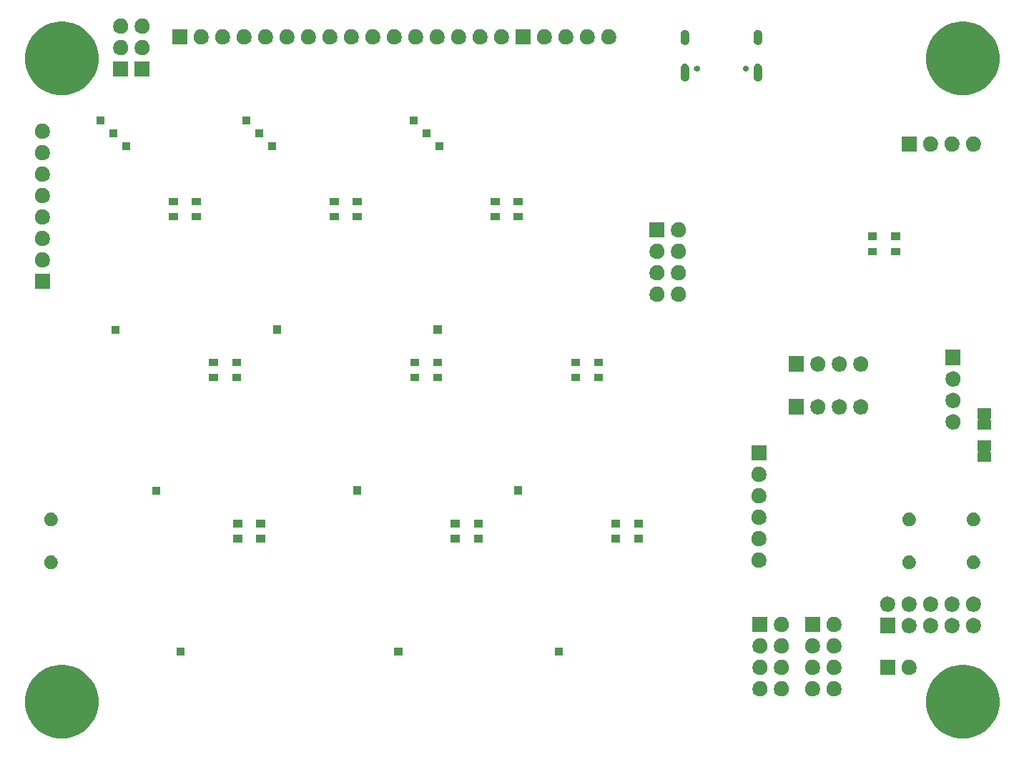
<source format=gbr>
%TF.GenerationSoftware,KiCad,Pcbnew,(5.1.5)-3*%
%TF.CreationDate,2021-02-26T11:52:20+01:00*%
%TF.ProjectId,poly_kb,706f6c79-5f6b-4622-9e6b-696361645f70,rev?*%
%TF.SameCoordinates,Original*%
%TF.FileFunction,Soldermask,Top*%
%TF.FilePolarity,Negative*%
%FSLAX46Y46*%
G04 Gerber Fmt 4.6, Leading zero omitted, Abs format (unit mm)*
G04 Created by KiCad (PCBNEW (5.1.5)-3) date 2021-02-26 11:52:20*
%MOMM*%
%LPD*%
G04 APERTURE LIST*
%ADD10C,0.127000*%
G04 APERTURE END LIST*
D10*
G36*
X140248156Y-121402794D02*
G01*
X140969140Y-121546206D01*
X141760972Y-121874193D01*
X142473601Y-122350357D01*
X143079643Y-122956399D01*
X143555807Y-123669028D01*
X143883794Y-124460860D01*
X144051000Y-125301464D01*
X144051000Y-126158536D01*
X143883794Y-126999140D01*
X143555807Y-127790972D01*
X143079643Y-128503601D01*
X142473601Y-129109643D01*
X141760972Y-129585807D01*
X140969140Y-129913794D01*
X140248156Y-130057206D01*
X140128537Y-130081000D01*
X139271463Y-130081000D01*
X139151844Y-130057206D01*
X138430860Y-129913794D01*
X137639028Y-129585807D01*
X136926399Y-129109643D01*
X136320357Y-128503601D01*
X135844193Y-127790972D01*
X135516206Y-126999140D01*
X135349000Y-126158536D01*
X135349000Y-125301464D01*
X135516206Y-124460860D01*
X135844193Y-123669028D01*
X136320357Y-122956399D01*
X136926399Y-122350357D01*
X137639028Y-121874193D01*
X138430860Y-121546206D01*
X139151844Y-121402794D01*
X139271463Y-121379000D01*
X140128537Y-121379000D01*
X140248156Y-121402794D01*
G37*
G36*
X33568156Y-121402794D02*
G01*
X34289140Y-121546206D01*
X35080972Y-121874193D01*
X35793601Y-122350357D01*
X36399643Y-122956399D01*
X36875807Y-123669028D01*
X37203794Y-124460860D01*
X37371000Y-125301464D01*
X37371000Y-126158536D01*
X37203794Y-126999140D01*
X36875807Y-127790972D01*
X36399643Y-128503601D01*
X35793601Y-129109643D01*
X35080972Y-129585807D01*
X34289140Y-129913794D01*
X33568156Y-130057206D01*
X33448537Y-130081000D01*
X32591463Y-130081000D01*
X32471844Y-130057206D01*
X31750860Y-129913794D01*
X30959028Y-129585807D01*
X30246399Y-129109643D01*
X29640357Y-128503601D01*
X29164193Y-127790972D01*
X28836206Y-126999140D01*
X28669000Y-126158536D01*
X28669000Y-125301464D01*
X28836206Y-124460860D01*
X29164193Y-123669028D01*
X29640357Y-122956399D01*
X30246399Y-122350357D01*
X30959028Y-121874193D01*
X31750860Y-121546206D01*
X32471844Y-121402794D01*
X32591463Y-121379000D01*
X33448537Y-121379000D01*
X33568156Y-121402794D01*
G37*
G36*
X115810512Y-123309927D02*
G01*
X115959812Y-123339624D01*
X116123784Y-123407544D01*
X116271354Y-123506147D01*
X116396853Y-123631646D01*
X116495456Y-123779216D01*
X116563376Y-123943188D01*
X116598000Y-124117259D01*
X116598000Y-124294741D01*
X116563376Y-124468812D01*
X116495456Y-124632784D01*
X116396853Y-124780354D01*
X116271354Y-124905853D01*
X116123784Y-125004456D01*
X115959812Y-125072376D01*
X115810512Y-125102073D01*
X115785742Y-125107000D01*
X115608258Y-125107000D01*
X115583488Y-125102073D01*
X115434188Y-125072376D01*
X115270216Y-125004456D01*
X115122646Y-124905853D01*
X114997147Y-124780354D01*
X114898544Y-124632784D01*
X114830624Y-124468812D01*
X114796000Y-124294741D01*
X114796000Y-124117259D01*
X114830624Y-123943188D01*
X114898544Y-123779216D01*
X114997147Y-123631646D01*
X115122646Y-123506147D01*
X115270216Y-123407544D01*
X115434188Y-123339624D01*
X115583488Y-123309927D01*
X115608258Y-123305000D01*
X115785742Y-123305000D01*
X115810512Y-123309927D01*
G37*
G36*
X118350512Y-123309927D02*
G01*
X118499812Y-123339624D01*
X118663784Y-123407544D01*
X118811354Y-123506147D01*
X118936853Y-123631646D01*
X119035456Y-123779216D01*
X119103376Y-123943188D01*
X119138000Y-124117259D01*
X119138000Y-124294741D01*
X119103376Y-124468812D01*
X119035456Y-124632784D01*
X118936853Y-124780354D01*
X118811354Y-124905853D01*
X118663784Y-125004456D01*
X118499812Y-125072376D01*
X118350512Y-125102073D01*
X118325742Y-125107000D01*
X118148258Y-125107000D01*
X118123488Y-125102073D01*
X117974188Y-125072376D01*
X117810216Y-125004456D01*
X117662646Y-124905853D01*
X117537147Y-124780354D01*
X117438544Y-124632784D01*
X117370624Y-124468812D01*
X117336000Y-124294741D01*
X117336000Y-124117259D01*
X117370624Y-123943188D01*
X117438544Y-123779216D01*
X117537147Y-123631646D01*
X117662646Y-123506147D01*
X117810216Y-123407544D01*
X117974188Y-123339624D01*
X118123488Y-123309927D01*
X118148258Y-123305000D01*
X118325742Y-123305000D01*
X118350512Y-123309927D01*
G37*
G36*
X124573512Y-123309927D02*
G01*
X124722812Y-123339624D01*
X124886784Y-123407544D01*
X125034354Y-123506147D01*
X125159853Y-123631646D01*
X125258456Y-123779216D01*
X125326376Y-123943188D01*
X125361000Y-124117259D01*
X125361000Y-124294741D01*
X125326376Y-124468812D01*
X125258456Y-124632784D01*
X125159853Y-124780354D01*
X125034354Y-124905853D01*
X124886784Y-125004456D01*
X124722812Y-125072376D01*
X124573512Y-125102073D01*
X124548742Y-125107000D01*
X124371258Y-125107000D01*
X124346488Y-125102073D01*
X124197188Y-125072376D01*
X124033216Y-125004456D01*
X123885646Y-124905853D01*
X123760147Y-124780354D01*
X123661544Y-124632784D01*
X123593624Y-124468812D01*
X123559000Y-124294741D01*
X123559000Y-124117259D01*
X123593624Y-123943188D01*
X123661544Y-123779216D01*
X123760147Y-123631646D01*
X123885646Y-123506147D01*
X124033216Y-123407544D01*
X124197188Y-123339624D01*
X124346488Y-123309927D01*
X124371258Y-123305000D01*
X124548742Y-123305000D01*
X124573512Y-123309927D01*
G37*
G36*
X122033512Y-123309927D02*
G01*
X122182812Y-123339624D01*
X122346784Y-123407544D01*
X122494354Y-123506147D01*
X122619853Y-123631646D01*
X122718456Y-123779216D01*
X122786376Y-123943188D01*
X122821000Y-124117259D01*
X122821000Y-124294741D01*
X122786376Y-124468812D01*
X122718456Y-124632784D01*
X122619853Y-124780354D01*
X122494354Y-124905853D01*
X122346784Y-125004456D01*
X122182812Y-125072376D01*
X122033512Y-125102073D01*
X122008742Y-125107000D01*
X121831258Y-125107000D01*
X121806488Y-125102073D01*
X121657188Y-125072376D01*
X121493216Y-125004456D01*
X121345646Y-124905853D01*
X121220147Y-124780354D01*
X121121544Y-124632784D01*
X121053624Y-124468812D01*
X121019000Y-124294741D01*
X121019000Y-124117259D01*
X121053624Y-123943188D01*
X121121544Y-123779216D01*
X121220147Y-123631646D01*
X121345646Y-123506147D01*
X121493216Y-123407544D01*
X121657188Y-123339624D01*
X121806488Y-123309927D01*
X121831258Y-123305000D01*
X122008742Y-123305000D01*
X122033512Y-123309927D01*
G37*
G36*
X118350512Y-120769927D02*
G01*
X118499812Y-120799624D01*
X118663784Y-120867544D01*
X118811354Y-120966147D01*
X118936853Y-121091646D01*
X119035456Y-121239216D01*
X119103376Y-121403188D01*
X119138000Y-121577259D01*
X119138000Y-121754741D01*
X119103376Y-121928812D01*
X119035456Y-122092784D01*
X118936853Y-122240354D01*
X118811354Y-122365853D01*
X118663784Y-122464456D01*
X118499812Y-122532376D01*
X118350512Y-122562073D01*
X118325742Y-122567000D01*
X118148258Y-122567000D01*
X118123488Y-122562073D01*
X117974188Y-122532376D01*
X117810216Y-122464456D01*
X117662646Y-122365853D01*
X117537147Y-122240354D01*
X117438544Y-122092784D01*
X117370624Y-121928812D01*
X117336000Y-121754741D01*
X117336000Y-121577259D01*
X117370624Y-121403188D01*
X117438544Y-121239216D01*
X117537147Y-121091646D01*
X117662646Y-120966147D01*
X117810216Y-120867544D01*
X117974188Y-120799624D01*
X118123488Y-120769927D01*
X118148258Y-120765000D01*
X118325742Y-120765000D01*
X118350512Y-120769927D01*
G37*
G36*
X133463512Y-120769927D02*
G01*
X133612812Y-120799624D01*
X133776784Y-120867544D01*
X133924354Y-120966147D01*
X134049853Y-121091646D01*
X134148456Y-121239216D01*
X134216376Y-121403188D01*
X134251000Y-121577259D01*
X134251000Y-121754741D01*
X134216376Y-121928812D01*
X134148456Y-122092784D01*
X134049853Y-122240354D01*
X133924354Y-122365853D01*
X133776784Y-122464456D01*
X133612812Y-122532376D01*
X133463512Y-122562073D01*
X133438742Y-122567000D01*
X133261258Y-122567000D01*
X133236488Y-122562073D01*
X133087188Y-122532376D01*
X132923216Y-122464456D01*
X132775646Y-122365853D01*
X132650147Y-122240354D01*
X132551544Y-122092784D01*
X132483624Y-121928812D01*
X132449000Y-121754741D01*
X132449000Y-121577259D01*
X132483624Y-121403188D01*
X132551544Y-121239216D01*
X132650147Y-121091646D01*
X132775646Y-120966147D01*
X132923216Y-120867544D01*
X133087188Y-120799624D01*
X133236488Y-120769927D01*
X133261258Y-120765000D01*
X133438742Y-120765000D01*
X133463512Y-120769927D01*
G37*
G36*
X122033512Y-120769927D02*
G01*
X122182812Y-120799624D01*
X122346784Y-120867544D01*
X122494354Y-120966147D01*
X122619853Y-121091646D01*
X122718456Y-121239216D01*
X122786376Y-121403188D01*
X122821000Y-121577259D01*
X122821000Y-121754741D01*
X122786376Y-121928812D01*
X122718456Y-122092784D01*
X122619853Y-122240354D01*
X122494354Y-122365853D01*
X122346784Y-122464456D01*
X122182812Y-122532376D01*
X122033512Y-122562073D01*
X122008742Y-122567000D01*
X121831258Y-122567000D01*
X121806488Y-122562073D01*
X121657188Y-122532376D01*
X121493216Y-122464456D01*
X121345646Y-122365853D01*
X121220147Y-122240354D01*
X121121544Y-122092784D01*
X121053624Y-121928812D01*
X121019000Y-121754741D01*
X121019000Y-121577259D01*
X121053624Y-121403188D01*
X121121544Y-121239216D01*
X121220147Y-121091646D01*
X121345646Y-120966147D01*
X121493216Y-120867544D01*
X121657188Y-120799624D01*
X121806488Y-120769927D01*
X121831258Y-120765000D01*
X122008742Y-120765000D01*
X122033512Y-120769927D01*
G37*
G36*
X115810512Y-120769927D02*
G01*
X115959812Y-120799624D01*
X116123784Y-120867544D01*
X116271354Y-120966147D01*
X116396853Y-121091646D01*
X116495456Y-121239216D01*
X116563376Y-121403188D01*
X116598000Y-121577259D01*
X116598000Y-121754741D01*
X116563376Y-121928812D01*
X116495456Y-122092784D01*
X116396853Y-122240354D01*
X116271354Y-122365853D01*
X116123784Y-122464456D01*
X115959812Y-122532376D01*
X115810512Y-122562073D01*
X115785742Y-122567000D01*
X115608258Y-122567000D01*
X115583488Y-122562073D01*
X115434188Y-122532376D01*
X115270216Y-122464456D01*
X115122646Y-122365853D01*
X114997147Y-122240354D01*
X114898544Y-122092784D01*
X114830624Y-121928812D01*
X114796000Y-121754741D01*
X114796000Y-121577259D01*
X114830624Y-121403188D01*
X114898544Y-121239216D01*
X114997147Y-121091646D01*
X115122646Y-120966147D01*
X115270216Y-120867544D01*
X115434188Y-120799624D01*
X115583488Y-120769927D01*
X115608258Y-120765000D01*
X115785742Y-120765000D01*
X115810512Y-120769927D01*
G37*
G36*
X124573512Y-120769927D02*
G01*
X124722812Y-120799624D01*
X124886784Y-120867544D01*
X125034354Y-120966147D01*
X125159853Y-121091646D01*
X125258456Y-121239216D01*
X125326376Y-121403188D01*
X125361000Y-121577259D01*
X125361000Y-121754741D01*
X125326376Y-121928812D01*
X125258456Y-122092784D01*
X125159853Y-122240354D01*
X125034354Y-122365853D01*
X124886784Y-122464456D01*
X124722812Y-122532376D01*
X124573512Y-122562073D01*
X124548742Y-122567000D01*
X124371258Y-122567000D01*
X124346488Y-122562073D01*
X124197188Y-122532376D01*
X124033216Y-122464456D01*
X123885646Y-122365853D01*
X123760147Y-122240354D01*
X123661544Y-122092784D01*
X123593624Y-121928812D01*
X123559000Y-121754741D01*
X123559000Y-121577259D01*
X123593624Y-121403188D01*
X123661544Y-121239216D01*
X123760147Y-121091646D01*
X123885646Y-120966147D01*
X124033216Y-120867544D01*
X124197188Y-120799624D01*
X124346488Y-120769927D01*
X124371258Y-120765000D01*
X124548742Y-120765000D01*
X124573512Y-120769927D01*
G37*
G36*
X131711000Y-122567000D02*
G01*
X129909000Y-122567000D01*
X129909000Y-120765000D01*
X131711000Y-120765000D01*
X131711000Y-122567000D01*
G37*
G36*
X92348000Y-120265200D02*
G01*
X91396000Y-120265200D01*
X91396000Y-119313200D01*
X92348000Y-119313200D01*
X92348000Y-120265200D01*
G37*
G36*
X73348000Y-120265200D02*
G01*
X72396000Y-120265200D01*
X72396000Y-119313200D01*
X73348000Y-119313200D01*
X73348000Y-120265200D01*
G37*
G36*
X47588000Y-120265200D02*
G01*
X46636000Y-120265200D01*
X46636000Y-119313200D01*
X47588000Y-119313200D01*
X47588000Y-120265200D01*
G37*
G36*
X118350512Y-118229927D02*
G01*
X118499812Y-118259624D01*
X118663784Y-118327544D01*
X118811354Y-118426147D01*
X118936853Y-118551646D01*
X119035456Y-118699216D01*
X119103376Y-118863188D01*
X119138000Y-119037259D01*
X119138000Y-119214741D01*
X119103376Y-119388812D01*
X119035456Y-119552784D01*
X118936853Y-119700354D01*
X118811354Y-119825853D01*
X118663784Y-119924456D01*
X118499812Y-119992376D01*
X118350512Y-120022073D01*
X118325742Y-120027000D01*
X118148258Y-120027000D01*
X118123488Y-120022073D01*
X117974188Y-119992376D01*
X117810216Y-119924456D01*
X117662646Y-119825853D01*
X117537147Y-119700354D01*
X117438544Y-119552784D01*
X117370624Y-119388812D01*
X117336000Y-119214741D01*
X117336000Y-119037259D01*
X117370624Y-118863188D01*
X117438544Y-118699216D01*
X117537147Y-118551646D01*
X117662646Y-118426147D01*
X117810216Y-118327544D01*
X117974188Y-118259624D01*
X118123488Y-118229927D01*
X118148258Y-118225000D01*
X118325742Y-118225000D01*
X118350512Y-118229927D01*
G37*
G36*
X122033512Y-118229927D02*
G01*
X122182812Y-118259624D01*
X122346784Y-118327544D01*
X122494354Y-118426147D01*
X122619853Y-118551646D01*
X122718456Y-118699216D01*
X122786376Y-118863188D01*
X122821000Y-119037259D01*
X122821000Y-119214741D01*
X122786376Y-119388812D01*
X122718456Y-119552784D01*
X122619853Y-119700354D01*
X122494354Y-119825853D01*
X122346784Y-119924456D01*
X122182812Y-119992376D01*
X122033512Y-120022073D01*
X122008742Y-120027000D01*
X121831258Y-120027000D01*
X121806488Y-120022073D01*
X121657188Y-119992376D01*
X121493216Y-119924456D01*
X121345646Y-119825853D01*
X121220147Y-119700354D01*
X121121544Y-119552784D01*
X121053624Y-119388812D01*
X121019000Y-119214741D01*
X121019000Y-119037259D01*
X121053624Y-118863188D01*
X121121544Y-118699216D01*
X121220147Y-118551646D01*
X121345646Y-118426147D01*
X121493216Y-118327544D01*
X121657188Y-118259624D01*
X121806488Y-118229927D01*
X121831258Y-118225000D01*
X122008742Y-118225000D01*
X122033512Y-118229927D01*
G37*
G36*
X115810512Y-118229927D02*
G01*
X115959812Y-118259624D01*
X116123784Y-118327544D01*
X116271354Y-118426147D01*
X116396853Y-118551646D01*
X116495456Y-118699216D01*
X116563376Y-118863188D01*
X116598000Y-119037259D01*
X116598000Y-119214741D01*
X116563376Y-119388812D01*
X116495456Y-119552784D01*
X116396853Y-119700354D01*
X116271354Y-119825853D01*
X116123784Y-119924456D01*
X115959812Y-119992376D01*
X115810512Y-120022073D01*
X115785742Y-120027000D01*
X115608258Y-120027000D01*
X115583488Y-120022073D01*
X115434188Y-119992376D01*
X115270216Y-119924456D01*
X115122646Y-119825853D01*
X114997147Y-119700354D01*
X114898544Y-119552784D01*
X114830624Y-119388812D01*
X114796000Y-119214741D01*
X114796000Y-119037259D01*
X114830624Y-118863188D01*
X114898544Y-118699216D01*
X114997147Y-118551646D01*
X115122646Y-118426147D01*
X115270216Y-118327544D01*
X115434188Y-118259624D01*
X115583488Y-118229927D01*
X115608258Y-118225000D01*
X115785742Y-118225000D01*
X115810512Y-118229927D01*
G37*
G36*
X124573512Y-118229927D02*
G01*
X124722812Y-118259624D01*
X124886784Y-118327544D01*
X125034354Y-118426147D01*
X125159853Y-118551646D01*
X125258456Y-118699216D01*
X125326376Y-118863188D01*
X125361000Y-119037259D01*
X125361000Y-119214741D01*
X125326376Y-119388812D01*
X125258456Y-119552784D01*
X125159853Y-119700354D01*
X125034354Y-119825853D01*
X124886784Y-119924456D01*
X124722812Y-119992376D01*
X124573512Y-120022073D01*
X124548742Y-120027000D01*
X124371258Y-120027000D01*
X124346488Y-120022073D01*
X124197188Y-119992376D01*
X124033216Y-119924456D01*
X123885646Y-119825853D01*
X123760147Y-119700354D01*
X123661544Y-119552784D01*
X123593624Y-119388812D01*
X123559000Y-119214741D01*
X123559000Y-119037259D01*
X123593624Y-118863188D01*
X123661544Y-118699216D01*
X123760147Y-118551646D01*
X123885646Y-118426147D01*
X124033216Y-118327544D01*
X124197188Y-118259624D01*
X124346488Y-118229927D01*
X124371258Y-118225000D01*
X124548742Y-118225000D01*
X124573512Y-118229927D01*
G37*
G36*
X138543512Y-115816927D02*
G01*
X138692812Y-115846624D01*
X138856784Y-115914544D01*
X139004354Y-116013147D01*
X139129853Y-116138646D01*
X139228456Y-116286216D01*
X139296376Y-116450188D01*
X139331000Y-116624259D01*
X139331000Y-116801741D01*
X139296376Y-116975812D01*
X139228456Y-117139784D01*
X139129853Y-117287354D01*
X139004354Y-117412853D01*
X138856784Y-117511456D01*
X138692812Y-117579376D01*
X138543512Y-117609073D01*
X138518742Y-117614000D01*
X138341258Y-117614000D01*
X138316488Y-117609073D01*
X138167188Y-117579376D01*
X138003216Y-117511456D01*
X137855646Y-117412853D01*
X137730147Y-117287354D01*
X137631544Y-117139784D01*
X137563624Y-116975812D01*
X137529000Y-116801741D01*
X137529000Y-116624259D01*
X137563624Y-116450188D01*
X137631544Y-116286216D01*
X137730147Y-116138646D01*
X137855646Y-116013147D01*
X138003216Y-115914544D01*
X138167188Y-115846624D01*
X138316488Y-115816927D01*
X138341258Y-115812000D01*
X138518742Y-115812000D01*
X138543512Y-115816927D01*
G37*
G36*
X131711000Y-117614000D02*
G01*
X129909000Y-117614000D01*
X129909000Y-115812000D01*
X131711000Y-115812000D01*
X131711000Y-117614000D01*
G37*
G36*
X133463512Y-115816927D02*
G01*
X133612812Y-115846624D01*
X133776784Y-115914544D01*
X133924354Y-116013147D01*
X134049853Y-116138646D01*
X134148456Y-116286216D01*
X134216376Y-116450188D01*
X134251000Y-116624259D01*
X134251000Y-116801741D01*
X134216376Y-116975812D01*
X134148456Y-117139784D01*
X134049853Y-117287354D01*
X133924354Y-117412853D01*
X133776784Y-117511456D01*
X133612812Y-117579376D01*
X133463512Y-117609073D01*
X133438742Y-117614000D01*
X133261258Y-117614000D01*
X133236488Y-117609073D01*
X133087188Y-117579376D01*
X132923216Y-117511456D01*
X132775646Y-117412853D01*
X132650147Y-117287354D01*
X132551544Y-117139784D01*
X132483624Y-116975812D01*
X132449000Y-116801741D01*
X132449000Y-116624259D01*
X132483624Y-116450188D01*
X132551544Y-116286216D01*
X132650147Y-116138646D01*
X132775646Y-116013147D01*
X132923216Y-115914544D01*
X133087188Y-115846624D01*
X133236488Y-115816927D01*
X133261258Y-115812000D01*
X133438742Y-115812000D01*
X133463512Y-115816927D01*
G37*
G36*
X136003512Y-115816927D02*
G01*
X136152812Y-115846624D01*
X136316784Y-115914544D01*
X136464354Y-116013147D01*
X136589853Y-116138646D01*
X136688456Y-116286216D01*
X136756376Y-116450188D01*
X136791000Y-116624259D01*
X136791000Y-116801741D01*
X136756376Y-116975812D01*
X136688456Y-117139784D01*
X136589853Y-117287354D01*
X136464354Y-117412853D01*
X136316784Y-117511456D01*
X136152812Y-117579376D01*
X136003512Y-117609073D01*
X135978742Y-117614000D01*
X135801258Y-117614000D01*
X135776488Y-117609073D01*
X135627188Y-117579376D01*
X135463216Y-117511456D01*
X135315646Y-117412853D01*
X135190147Y-117287354D01*
X135091544Y-117139784D01*
X135023624Y-116975812D01*
X134989000Y-116801741D01*
X134989000Y-116624259D01*
X135023624Y-116450188D01*
X135091544Y-116286216D01*
X135190147Y-116138646D01*
X135315646Y-116013147D01*
X135463216Y-115914544D01*
X135627188Y-115846624D01*
X135776488Y-115816927D01*
X135801258Y-115812000D01*
X135978742Y-115812000D01*
X136003512Y-115816927D01*
G37*
G36*
X141083512Y-115816927D02*
G01*
X141232812Y-115846624D01*
X141396784Y-115914544D01*
X141544354Y-116013147D01*
X141669853Y-116138646D01*
X141768456Y-116286216D01*
X141836376Y-116450188D01*
X141871000Y-116624259D01*
X141871000Y-116801741D01*
X141836376Y-116975812D01*
X141768456Y-117139784D01*
X141669853Y-117287354D01*
X141544354Y-117412853D01*
X141396784Y-117511456D01*
X141232812Y-117579376D01*
X141083512Y-117609073D01*
X141058742Y-117614000D01*
X140881258Y-117614000D01*
X140856488Y-117609073D01*
X140707188Y-117579376D01*
X140543216Y-117511456D01*
X140395646Y-117412853D01*
X140270147Y-117287354D01*
X140171544Y-117139784D01*
X140103624Y-116975812D01*
X140069000Y-116801741D01*
X140069000Y-116624259D01*
X140103624Y-116450188D01*
X140171544Y-116286216D01*
X140270147Y-116138646D01*
X140395646Y-116013147D01*
X140543216Y-115914544D01*
X140707188Y-115846624D01*
X140856488Y-115816927D01*
X140881258Y-115812000D01*
X141058742Y-115812000D01*
X141083512Y-115816927D01*
G37*
G36*
X116598000Y-117487000D02*
G01*
X114796000Y-117487000D01*
X114796000Y-115685000D01*
X116598000Y-115685000D01*
X116598000Y-117487000D01*
G37*
G36*
X122821000Y-117487000D02*
G01*
X121019000Y-117487000D01*
X121019000Y-115685000D01*
X122821000Y-115685000D01*
X122821000Y-117487000D01*
G37*
G36*
X118350512Y-115689927D02*
G01*
X118499812Y-115719624D01*
X118663784Y-115787544D01*
X118811354Y-115886147D01*
X118936853Y-116011646D01*
X119035456Y-116159216D01*
X119103376Y-116323188D01*
X119138000Y-116497259D01*
X119138000Y-116674741D01*
X119103376Y-116848812D01*
X119035456Y-117012784D01*
X118936853Y-117160354D01*
X118811354Y-117285853D01*
X118663784Y-117384456D01*
X118499812Y-117452376D01*
X118350512Y-117482073D01*
X118325742Y-117487000D01*
X118148258Y-117487000D01*
X118123488Y-117482073D01*
X117974188Y-117452376D01*
X117810216Y-117384456D01*
X117662646Y-117285853D01*
X117537147Y-117160354D01*
X117438544Y-117012784D01*
X117370624Y-116848812D01*
X117336000Y-116674741D01*
X117336000Y-116497259D01*
X117370624Y-116323188D01*
X117438544Y-116159216D01*
X117537147Y-116011646D01*
X117662646Y-115886147D01*
X117810216Y-115787544D01*
X117974188Y-115719624D01*
X118123488Y-115689927D01*
X118148258Y-115685000D01*
X118325742Y-115685000D01*
X118350512Y-115689927D01*
G37*
G36*
X124573512Y-115689927D02*
G01*
X124722812Y-115719624D01*
X124886784Y-115787544D01*
X125034354Y-115886147D01*
X125159853Y-116011646D01*
X125258456Y-116159216D01*
X125326376Y-116323188D01*
X125361000Y-116497259D01*
X125361000Y-116674741D01*
X125326376Y-116848812D01*
X125258456Y-117012784D01*
X125159853Y-117160354D01*
X125034354Y-117285853D01*
X124886784Y-117384456D01*
X124722812Y-117452376D01*
X124573512Y-117482073D01*
X124548742Y-117487000D01*
X124371258Y-117487000D01*
X124346488Y-117482073D01*
X124197188Y-117452376D01*
X124033216Y-117384456D01*
X123885646Y-117285853D01*
X123760147Y-117160354D01*
X123661544Y-117012784D01*
X123593624Y-116848812D01*
X123559000Y-116674741D01*
X123559000Y-116497259D01*
X123593624Y-116323188D01*
X123661544Y-116159216D01*
X123760147Y-116011646D01*
X123885646Y-115886147D01*
X124033216Y-115787544D01*
X124197188Y-115719624D01*
X124346488Y-115689927D01*
X124371258Y-115685000D01*
X124548742Y-115685000D01*
X124573512Y-115689927D01*
G37*
G36*
X138543512Y-113276927D02*
G01*
X138692812Y-113306624D01*
X138856784Y-113374544D01*
X139004354Y-113473147D01*
X139129853Y-113598646D01*
X139228456Y-113746216D01*
X139296376Y-113910188D01*
X139331000Y-114084259D01*
X139331000Y-114261741D01*
X139296376Y-114435812D01*
X139228456Y-114599784D01*
X139129853Y-114747354D01*
X139004354Y-114872853D01*
X138856784Y-114971456D01*
X138692812Y-115039376D01*
X138543512Y-115069073D01*
X138518742Y-115074000D01*
X138341258Y-115074000D01*
X138316488Y-115069073D01*
X138167188Y-115039376D01*
X138003216Y-114971456D01*
X137855646Y-114872853D01*
X137730147Y-114747354D01*
X137631544Y-114599784D01*
X137563624Y-114435812D01*
X137529000Y-114261741D01*
X137529000Y-114084259D01*
X137563624Y-113910188D01*
X137631544Y-113746216D01*
X137730147Y-113598646D01*
X137855646Y-113473147D01*
X138003216Y-113374544D01*
X138167188Y-113306624D01*
X138316488Y-113276927D01*
X138341258Y-113272000D01*
X138518742Y-113272000D01*
X138543512Y-113276927D01*
G37*
G36*
X141083512Y-113276927D02*
G01*
X141232812Y-113306624D01*
X141396784Y-113374544D01*
X141544354Y-113473147D01*
X141669853Y-113598646D01*
X141768456Y-113746216D01*
X141836376Y-113910188D01*
X141871000Y-114084259D01*
X141871000Y-114261741D01*
X141836376Y-114435812D01*
X141768456Y-114599784D01*
X141669853Y-114747354D01*
X141544354Y-114872853D01*
X141396784Y-114971456D01*
X141232812Y-115039376D01*
X141083512Y-115069073D01*
X141058742Y-115074000D01*
X140881258Y-115074000D01*
X140856488Y-115069073D01*
X140707188Y-115039376D01*
X140543216Y-114971456D01*
X140395646Y-114872853D01*
X140270147Y-114747354D01*
X140171544Y-114599784D01*
X140103624Y-114435812D01*
X140069000Y-114261741D01*
X140069000Y-114084259D01*
X140103624Y-113910188D01*
X140171544Y-113746216D01*
X140270147Y-113598646D01*
X140395646Y-113473147D01*
X140543216Y-113374544D01*
X140707188Y-113306624D01*
X140856488Y-113276927D01*
X140881258Y-113272000D01*
X141058742Y-113272000D01*
X141083512Y-113276927D01*
G37*
G36*
X136003512Y-113276927D02*
G01*
X136152812Y-113306624D01*
X136316784Y-113374544D01*
X136464354Y-113473147D01*
X136589853Y-113598646D01*
X136688456Y-113746216D01*
X136756376Y-113910188D01*
X136791000Y-114084259D01*
X136791000Y-114261741D01*
X136756376Y-114435812D01*
X136688456Y-114599784D01*
X136589853Y-114747354D01*
X136464354Y-114872853D01*
X136316784Y-114971456D01*
X136152812Y-115039376D01*
X136003512Y-115069073D01*
X135978742Y-115074000D01*
X135801258Y-115074000D01*
X135776488Y-115069073D01*
X135627188Y-115039376D01*
X135463216Y-114971456D01*
X135315646Y-114872853D01*
X135190147Y-114747354D01*
X135091544Y-114599784D01*
X135023624Y-114435812D01*
X134989000Y-114261741D01*
X134989000Y-114084259D01*
X135023624Y-113910188D01*
X135091544Y-113746216D01*
X135190147Y-113598646D01*
X135315646Y-113473147D01*
X135463216Y-113374544D01*
X135627188Y-113306624D01*
X135776488Y-113276927D01*
X135801258Y-113272000D01*
X135978742Y-113272000D01*
X136003512Y-113276927D01*
G37*
G36*
X133463512Y-113276927D02*
G01*
X133612812Y-113306624D01*
X133776784Y-113374544D01*
X133924354Y-113473147D01*
X134049853Y-113598646D01*
X134148456Y-113746216D01*
X134216376Y-113910188D01*
X134251000Y-114084259D01*
X134251000Y-114261741D01*
X134216376Y-114435812D01*
X134148456Y-114599784D01*
X134049853Y-114747354D01*
X133924354Y-114872853D01*
X133776784Y-114971456D01*
X133612812Y-115039376D01*
X133463512Y-115069073D01*
X133438742Y-115074000D01*
X133261258Y-115074000D01*
X133236488Y-115069073D01*
X133087188Y-115039376D01*
X132923216Y-114971456D01*
X132775646Y-114872853D01*
X132650147Y-114747354D01*
X132551544Y-114599784D01*
X132483624Y-114435812D01*
X132449000Y-114261741D01*
X132449000Y-114084259D01*
X132483624Y-113910188D01*
X132551544Y-113746216D01*
X132650147Y-113598646D01*
X132775646Y-113473147D01*
X132923216Y-113374544D01*
X133087188Y-113306624D01*
X133236488Y-113276927D01*
X133261258Y-113272000D01*
X133438742Y-113272000D01*
X133463512Y-113276927D01*
G37*
G36*
X130923512Y-113276927D02*
G01*
X131072812Y-113306624D01*
X131236784Y-113374544D01*
X131384354Y-113473147D01*
X131509853Y-113598646D01*
X131608456Y-113746216D01*
X131676376Y-113910188D01*
X131711000Y-114084259D01*
X131711000Y-114261741D01*
X131676376Y-114435812D01*
X131608456Y-114599784D01*
X131509853Y-114747354D01*
X131384354Y-114872853D01*
X131236784Y-114971456D01*
X131072812Y-115039376D01*
X130923512Y-115069073D01*
X130898742Y-115074000D01*
X130721258Y-115074000D01*
X130696488Y-115069073D01*
X130547188Y-115039376D01*
X130383216Y-114971456D01*
X130235646Y-114872853D01*
X130110147Y-114747354D01*
X130011544Y-114599784D01*
X129943624Y-114435812D01*
X129909000Y-114261741D01*
X129909000Y-114084259D01*
X129943624Y-113910188D01*
X130011544Y-113746216D01*
X130110147Y-113598646D01*
X130235646Y-113473147D01*
X130383216Y-113374544D01*
X130547188Y-113306624D01*
X130696488Y-113276927D01*
X130721258Y-113272000D01*
X130898742Y-113272000D01*
X130923512Y-113276927D01*
G37*
G36*
X141207142Y-108438242D02*
G01*
X141355101Y-108499529D01*
X141488255Y-108588499D01*
X141601501Y-108701745D01*
X141690471Y-108834899D01*
X141751758Y-108982858D01*
X141783000Y-109139925D01*
X141783000Y-109300075D01*
X141751758Y-109457142D01*
X141690471Y-109605101D01*
X141601501Y-109738255D01*
X141488255Y-109851501D01*
X141355101Y-109940471D01*
X141207142Y-110001758D01*
X141050075Y-110033000D01*
X140889925Y-110033000D01*
X140732858Y-110001758D01*
X140584899Y-109940471D01*
X140451745Y-109851501D01*
X140338499Y-109738255D01*
X140249529Y-109605101D01*
X140188242Y-109457142D01*
X140157000Y-109300075D01*
X140157000Y-109139925D01*
X140188242Y-108982858D01*
X140249529Y-108834899D01*
X140338499Y-108701745D01*
X140451745Y-108588499D01*
X140584899Y-108499529D01*
X140732858Y-108438242D01*
X140889925Y-108407000D01*
X141050075Y-108407000D01*
X141207142Y-108438242D01*
G37*
G36*
X133587142Y-108438242D02*
G01*
X133735101Y-108499529D01*
X133868255Y-108588499D01*
X133981501Y-108701745D01*
X134070471Y-108834899D01*
X134131758Y-108982858D01*
X134163000Y-109139925D01*
X134163000Y-109300075D01*
X134131758Y-109457142D01*
X134070471Y-109605101D01*
X133981501Y-109738255D01*
X133868255Y-109851501D01*
X133735101Y-109940471D01*
X133587142Y-110001758D01*
X133430075Y-110033000D01*
X133269925Y-110033000D01*
X133112858Y-110001758D01*
X132964899Y-109940471D01*
X132831745Y-109851501D01*
X132718499Y-109738255D01*
X132629529Y-109605101D01*
X132568242Y-109457142D01*
X132537000Y-109300075D01*
X132537000Y-109139925D01*
X132568242Y-108982858D01*
X132629529Y-108834899D01*
X132718499Y-108701745D01*
X132831745Y-108588499D01*
X132964899Y-108499529D01*
X133112858Y-108438242D01*
X133269925Y-108407000D01*
X133430075Y-108407000D01*
X133587142Y-108438242D01*
G37*
G36*
X31987142Y-108438242D02*
G01*
X32135101Y-108499529D01*
X32268255Y-108588499D01*
X32381501Y-108701745D01*
X32470471Y-108834899D01*
X32531758Y-108982858D01*
X32563000Y-109139925D01*
X32563000Y-109300075D01*
X32531758Y-109457142D01*
X32470471Y-109605101D01*
X32381501Y-109738255D01*
X32268255Y-109851501D01*
X32135101Y-109940471D01*
X31987142Y-110001758D01*
X31830075Y-110033000D01*
X31669925Y-110033000D01*
X31512858Y-110001758D01*
X31364899Y-109940471D01*
X31231745Y-109851501D01*
X31118499Y-109738255D01*
X31029529Y-109605101D01*
X30968242Y-109457142D01*
X30937000Y-109300075D01*
X30937000Y-109139925D01*
X30968242Y-108982858D01*
X31029529Y-108834899D01*
X31118499Y-108701745D01*
X31231745Y-108588499D01*
X31364899Y-108499529D01*
X31512858Y-108438242D01*
X31669925Y-108407000D01*
X31830075Y-108407000D01*
X31987142Y-108438242D01*
G37*
G36*
X115683512Y-108069927D02*
G01*
X115832812Y-108099624D01*
X115996784Y-108167544D01*
X116144354Y-108266147D01*
X116269853Y-108391646D01*
X116368456Y-108539216D01*
X116436376Y-108703188D01*
X116471000Y-108877259D01*
X116471000Y-109054741D01*
X116436376Y-109228812D01*
X116368456Y-109392784D01*
X116269853Y-109540354D01*
X116144354Y-109665853D01*
X115996784Y-109764456D01*
X115832812Y-109832376D01*
X115683512Y-109862073D01*
X115658742Y-109867000D01*
X115481258Y-109867000D01*
X115456488Y-109862073D01*
X115307188Y-109832376D01*
X115143216Y-109764456D01*
X114995646Y-109665853D01*
X114870147Y-109540354D01*
X114771544Y-109392784D01*
X114703624Y-109228812D01*
X114669000Y-109054741D01*
X114669000Y-108877259D01*
X114703624Y-108703188D01*
X114771544Y-108539216D01*
X114870147Y-108391646D01*
X114995646Y-108266147D01*
X115143216Y-108167544D01*
X115307188Y-108099624D01*
X115456488Y-108069927D01*
X115481258Y-108065000D01*
X115658742Y-108065000D01*
X115683512Y-108069927D01*
G37*
G36*
X115683512Y-105529927D02*
G01*
X115832812Y-105559624D01*
X115996784Y-105627544D01*
X116144354Y-105726147D01*
X116269853Y-105851646D01*
X116368456Y-105999216D01*
X116436376Y-106163188D01*
X116471000Y-106337259D01*
X116471000Y-106514741D01*
X116436376Y-106688812D01*
X116368456Y-106852784D01*
X116269853Y-107000354D01*
X116144354Y-107125853D01*
X115996784Y-107224456D01*
X115832812Y-107292376D01*
X115683512Y-107322073D01*
X115658742Y-107327000D01*
X115481258Y-107327000D01*
X115456488Y-107322073D01*
X115307188Y-107292376D01*
X115143216Y-107224456D01*
X114995646Y-107125853D01*
X114870147Y-107000354D01*
X114771544Y-106852784D01*
X114703624Y-106688812D01*
X114669000Y-106514741D01*
X114669000Y-106337259D01*
X114703624Y-106163188D01*
X114771544Y-105999216D01*
X114870147Y-105851646D01*
X114995646Y-105726147D01*
X115143216Y-105627544D01*
X115307188Y-105559624D01*
X115456488Y-105529927D01*
X115481258Y-105525000D01*
X115658742Y-105525000D01*
X115683512Y-105529927D01*
G37*
G36*
X54381000Y-106860200D02*
G01*
X53329000Y-106860200D01*
X53329000Y-105958200D01*
X54381000Y-105958200D01*
X54381000Y-106860200D01*
G37*
G36*
X57111000Y-106860200D02*
G01*
X56059000Y-106860200D01*
X56059000Y-105958200D01*
X57111000Y-105958200D01*
X57111000Y-106860200D01*
G37*
G36*
X101871000Y-106860200D02*
G01*
X100819000Y-106860200D01*
X100819000Y-105958200D01*
X101871000Y-105958200D01*
X101871000Y-106860200D01*
G37*
G36*
X99141000Y-106860200D02*
G01*
X98089000Y-106860200D01*
X98089000Y-105958200D01*
X99141000Y-105958200D01*
X99141000Y-106860200D01*
G37*
G36*
X80141000Y-106860200D02*
G01*
X79089000Y-106860200D01*
X79089000Y-105958200D01*
X80141000Y-105958200D01*
X80141000Y-106860200D01*
G37*
G36*
X82871000Y-106860200D02*
G01*
X81819000Y-106860200D01*
X81819000Y-105958200D01*
X82871000Y-105958200D01*
X82871000Y-106860200D01*
G37*
G36*
X82871000Y-105080200D02*
G01*
X81819000Y-105080200D01*
X81819000Y-104178200D01*
X82871000Y-104178200D01*
X82871000Y-105080200D01*
G37*
G36*
X57111000Y-105080200D02*
G01*
X56059000Y-105080200D01*
X56059000Y-104178200D01*
X57111000Y-104178200D01*
X57111000Y-105080200D01*
G37*
G36*
X54381000Y-105080200D02*
G01*
X53329000Y-105080200D01*
X53329000Y-104178200D01*
X54381000Y-104178200D01*
X54381000Y-105080200D01*
G37*
G36*
X101871000Y-105080200D02*
G01*
X100819000Y-105080200D01*
X100819000Y-104178200D01*
X101871000Y-104178200D01*
X101871000Y-105080200D01*
G37*
G36*
X99141000Y-105080200D02*
G01*
X98089000Y-105080200D01*
X98089000Y-104178200D01*
X99141000Y-104178200D01*
X99141000Y-105080200D01*
G37*
G36*
X80141000Y-105080200D02*
G01*
X79089000Y-105080200D01*
X79089000Y-104178200D01*
X80141000Y-104178200D01*
X80141000Y-105080200D01*
G37*
G36*
X141207142Y-103358242D02*
G01*
X141355101Y-103419529D01*
X141488255Y-103508499D01*
X141601501Y-103621745D01*
X141690471Y-103754899D01*
X141751758Y-103902858D01*
X141783000Y-104059925D01*
X141783000Y-104220075D01*
X141751758Y-104377142D01*
X141690471Y-104525101D01*
X141601501Y-104658255D01*
X141488255Y-104771501D01*
X141355101Y-104860471D01*
X141207142Y-104921758D01*
X141050075Y-104953000D01*
X140889925Y-104953000D01*
X140732858Y-104921758D01*
X140584899Y-104860471D01*
X140451745Y-104771501D01*
X140338499Y-104658255D01*
X140249529Y-104525101D01*
X140188242Y-104377142D01*
X140157000Y-104220075D01*
X140157000Y-104059925D01*
X140188242Y-103902858D01*
X140249529Y-103754899D01*
X140338499Y-103621745D01*
X140451745Y-103508499D01*
X140584899Y-103419529D01*
X140732858Y-103358242D01*
X140889925Y-103327000D01*
X141050075Y-103327000D01*
X141207142Y-103358242D01*
G37*
G36*
X133587142Y-103358242D02*
G01*
X133735101Y-103419529D01*
X133868255Y-103508499D01*
X133981501Y-103621745D01*
X134070471Y-103754899D01*
X134131758Y-103902858D01*
X134163000Y-104059925D01*
X134163000Y-104220075D01*
X134131758Y-104377142D01*
X134070471Y-104525101D01*
X133981501Y-104658255D01*
X133868255Y-104771501D01*
X133735101Y-104860471D01*
X133587142Y-104921758D01*
X133430075Y-104953000D01*
X133269925Y-104953000D01*
X133112858Y-104921758D01*
X132964899Y-104860471D01*
X132831745Y-104771501D01*
X132718499Y-104658255D01*
X132629529Y-104525101D01*
X132568242Y-104377142D01*
X132537000Y-104220075D01*
X132537000Y-104059925D01*
X132568242Y-103902858D01*
X132629529Y-103754899D01*
X132718499Y-103621745D01*
X132831745Y-103508499D01*
X132964899Y-103419529D01*
X133112858Y-103358242D01*
X133269925Y-103327000D01*
X133430075Y-103327000D01*
X133587142Y-103358242D01*
G37*
G36*
X31987142Y-103358242D02*
G01*
X32135101Y-103419529D01*
X32268255Y-103508499D01*
X32381501Y-103621745D01*
X32470471Y-103754899D01*
X32531758Y-103902858D01*
X32563000Y-104059925D01*
X32563000Y-104220075D01*
X32531758Y-104377142D01*
X32470471Y-104525101D01*
X32381501Y-104658255D01*
X32268255Y-104771501D01*
X32135101Y-104860471D01*
X31987142Y-104921758D01*
X31830075Y-104953000D01*
X31669925Y-104953000D01*
X31512858Y-104921758D01*
X31364899Y-104860471D01*
X31231745Y-104771501D01*
X31118499Y-104658255D01*
X31029529Y-104525101D01*
X30968242Y-104377142D01*
X30937000Y-104220075D01*
X30937000Y-104059925D01*
X30968242Y-103902858D01*
X31029529Y-103754899D01*
X31118499Y-103621745D01*
X31231745Y-103508499D01*
X31364899Y-103419529D01*
X31512858Y-103358242D01*
X31669925Y-103327000D01*
X31830075Y-103327000D01*
X31987142Y-103358242D01*
G37*
G36*
X115683512Y-102989927D02*
G01*
X115832812Y-103019624D01*
X115996784Y-103087544D01*
X116144354Y-103186147D01*
X116269853Y-103311646D01*
X116368456Y-103459216D01*
X116436376Y-103623188D01*
X116471000Y-103797259D01*
X116471000Y-103974741D01*
X116436376Y-104148812D01*
X116368456Y-104312784D01*
X116269853Y-104460354D01*
X116144354Y-104585853D01*
X115996784Y-104684456D01*
X115832812Y-104752376D01*
X115683512Y-104782073D01*
X115658742Y-104787000D01*
X115481258Y-104787000D01*
X115456488Y-104782073D01*
X115307188Y-104752376D01*
X115143216Y-104684456D01*
X114995646Y-104585853D01*
X114870147Y-104460354D01*
X114771544Y-104312784D01*
X114703624Y-104148812D01*
X114669000Y-103974741D01*
X114669000Y-103797259D01*
X114703624Y-103623188D01*
X114771544Y-103459216D01*
X114870147Y-103311646D01*
X114995646Y-103186147D01*
X115143216Y-103087544D01*
X115307188Y-103019624D01*
X115456488Y-102989927D01*
X115481258Y-102985000D01*
X115658742Y-102985000D01*
X115683512Y-102989927D01*
G37*
G36*
X115683512Y-100449927D02*
G01*
X115832812Y-100479624D01*
X115996784Y-100547544D01*
X116144354Y-100646147D01*
X116269853Y-100771646D01*
X116368456Y-100919216D01*
X116436376Y-101083188D01*
X116471000Y-101257259D01*
X116471000Y-101434741D01*
X116436376Y-101608812D01*
X116368456Y-101772784D01*
X116269853Y-101920354D01*
X116144354Y-102045853D01*
X115996784Y-102144456D01*
X115832812Y-102212376D01*
X115683512Y-102242073D01*
X115658742Y-102247000D01*
X115481258Y-102247000D01*
X115456488Y-102242073D01*
X115307188Y-102212376D01*
X115143216Y-102144456D01*
X114995646Y-102045853D01*
X114870147Y-101920354D01*
X114771544Y-101772784D01*
X114703624Y-101608812D01*
X114669000Y-101434741D01*
X114669000Y-101257259D01*
X114703624Y-101083188D01*
X114771544Y-100919216D01*
X114870147Y-100771646D01*
X114995646Y-100646147D01*
X115143216Y-100547544D01*
X115307188Y-100479624D01*
X115456488Y-100449927D01*
X115481258Y-100445000D01*
X115658742Y-100445000D01*
X115683512Y-100449927D01*
G37*
G36*
X44672000Y-101187000D02*
G01*
X43720000Y-101187000D01*
X43720000Y-100235000D01*
X44672000Y-100235000D01*
X44672000Y-101187000D01*
G37*
G36*
X68476000Y-101176000D02*
G01*
X67524000Y-101176000D01*
X67524000Y-100224000D01*
X68476000Y-100224000D01*
X68476000Y-101176000D01*
G37*
G36*
X87526000Y-101176000D02*
G01*
X86574000Y-101176000D01*
X86574000Y-100224000D01*
X87526000Y-100224000D01*
X87526000Y-101176000D01*
G37*
G36*
X115683512Y-97909927D02*
G01*
X115832812Y-97939624D01*
X115996784Y-98007544D01*
X116144354Y-98106147D01*
X116269853Y-98231646D01*
X116368456Y-98379216D01*
X116436376Y-98543188D01*
X116471000Y-98717259D01*
X116471000Y-98894741D01*
X116436376Y-99068812D01*
X116368456Y-99232784D01*
X116269853Y-99380354D01*
X116144354Y-99505853D01*
X115996784Y-99604456D01*
X115832812Y-99672376D01*
X115683512Y-99702073D01*
X115658742Y-99707000D01*
X115481258Y-99707000D01*
X115456488Y-99702073D01*
X115307188Y-99672376D01*
X115143216Y-99604456D01*
X114995646Y-99505853D01*
X114870147Y-99380354D01*
X114771544Y-99232784D01*
X114703624Y-99068812D01*
X114669000Y-98894741D01*
X114669000Y-98717259D01*
X114703624Y-98543188D01*
X114771544Y-98379216D01*
X114870147Y-98231646D01*
X114995646Y-98106147D01*
X115143216Y-98007544D01*
X115307188Y-97939624D01*
X115456488Y-97909927D01*
X115481258Y-97905000D01*
X115658742Y-97905000D01*
X115683512Y-97909927D01*
G37*
G36*
X142999999Y-94736737D02*
G01*
X143009608Y-94739652D01*
X143018472Y-94744390D01*
X143026237Y-94750763D01*
X143032610Y-94758528D01*
X143037348Y-94767392D01*
X143040263Y-94777001D01*
X143041852Y-94793140D01*
X143041852Y-95930860D01*
X143040263Y-95946999D01*
X143037348Y-95956608D01*
X143032610Y-95965472D01*
X143026237Y-95973237D01*
X143013263Y-95983884D01*
X143004032Y-95990053D01*
X142986706Y-96007381D01*
X142973093Y-96027756D01*
X142963717Y-96050395D01*
X142958937Y-96074428D01*
X142958938Y-96098932D01*
X142963720Y-96122965D01*
X142973098Y-96145604D01*
X142986713Y-96165978D01*
X143004041Y-96183304D01*
X143013317Y-96190175D01*
X143018427Y-96194360D01*
X143026199Y-96200725D01*
X143032581Y-96208484D01*
X143037326Y-96217339D01*
X143037326Y-96217340D01*
X143040242Y-96226915D01*
X143040242Y-96226918D01*
X143040252Y-96226950D01*
X143041247Y-96237000D01*
X143041247Y-96237065D01*
X143041852Y-96243175D01*
X143041852Y-97230860D01*
X143040263Y-97246999D01*
X143037348Y-97256608D01*
X143032610Y-97265472D01*
X143026237Y-97273237D01*
X143018472Y-97279610D01*
X143009608Y-97284348D01*
X142999999Y-97287263D01*
X142983860Y-97288852D01*
X141496140Y-97288852D01*
X141480001Y-97287263D01*
X141470392Y-97284348D01*
X141461528Y-97279610D01*
X141453763Y-97273237D01*
X141447390Y-97265472D01*
X141442652Y-97256608D01*
X141439737Y-97246999D01*
X141438148Y-97230860D01*
X141438148Y-96243140D01*
X141439737Y-96227001D01*
X141442652Y-96217392D01*
X141447390Y-96208528D01*
X141453742Y-96200788D01*
X141453743Y-96200787D01*
X141453763Y-96200763D01*
X141461573Y-96194360D01*
X141461628Y-96194323D01*
X141471147Y-96186520D01*
X141471122Y-96186489D01*
X141484972Y-96175147D01*
X141500537Y-96156221D01*
X141512111Y-96134623D01*
X141519249Y-96111181D01*
X141521676Y-96086798D01*
X141519300Y-96062409D01*
X141512211Y-96038953D01*
X141500682Y-96017330D01*
X141485157Y-95998372D01*
X141466231Y-95982807D01*
X141463175Y-95980971D01*
X141461486Y-95979582D01*
X141461484Y-95979581D01*
X141453725Y-95973199D01*
X141451603Y-95970608D01*
X141447358Y-95965425D01*
X141444209Y-95959517D01*
X141442633Y-95956562D01*
X141439727Y-95946945D01*
X141439718Y-95946915D01*
X141438148Y-95930887D01*
X141438148Y-94793140D01*
X141439737Y-94777001D01*
X141442652Y-94767392D01*
X141447390Y-94758528D01*
X141453763Y-94750763D01*
X141461528Y-94744390D01*
X141470392Y-94739652D01*
X141480001Y-94736737D01*
X141496140Y-94735148D01*
X142983860Y-94735148D01*
X142999999Y-94736737D01*
G37*
G36*
X116471000Y-97167000D02*
G01*
X114669000Y-97167000D01*
X114669000Y-95365000D01*
X116471000Y-95365000D01*
X116471000Y-97167000D01*
G37*
G36*
X138670512Y-91686927D02*
G01*
X138819812Y-91716624D01*
X138983784Y-91784544D01*
X139131354Y-91883147D01*
X139256853Y-92008646D01*
X139355456Y-92156216D01*
X139423376Y-92320188D01*
X139458000Y-92494259D01*
X139458000Y-92671741D01*
X139423376Y-92845812D01*
X139355456Y-93009784D01*
X139256853Y-93157354D01*
X139131354Y-93282853D01*
X138983784Y-93381456D01*
X138819812Y-93449376D01*
X138679616Y-93477262D01*
X138645742Y-93484000D01*
X138468258Y-93484000D01*
X138434384Y-93477262D01*
X138294188Y-93449376D01*
X138130216Y-93381456D01*
X137982646Y-93282853D01*
X137857147Y-93157354D01*
X137758544Y-93009784D01*
X137690624Y-92845812D01*
X137656000Y-92671741D01*
X137656000Y-92494259D01*
X137690624Y-92320188D01*
X137758544Y-92156216D01*
X137857147Y-92008646D01*
X137982646Y-91883147D01*
X138130216Y-91784544D01*
X138294188Y-91716624D01*
X138443488Y-91686927D01*
X138468258Y-91682000D01*
X138645742Y-91682000D01*
X138670512Y-91686927D01*
G37*
G36*
X142999999Y-90926737D02*
G01*
X143009608Y-90929652D01*
X143018472Y-90934390D01*
X143026237Y-90940763D01*
X143032610Y-90948528D01*
X143037348Y-90957392D01*
X143040263Y-90967001D01*
X143041852Y-90983140D01*
X143041852Y-92120860D01*
X143040263Y-92136999D01*
X143037348Y-92146608D01*
X143032610Y-92155472D01*
X143026237Y-92163237D01*
X143013263Y-92173884D01*
X143004032Y-92180053D01*
X142986706Y-92197381D01*
X142973093Y-92217756D01*
X142963717Y-92240395D01*
X142958937Y-92264428D01*
X142958938Y-92288932D01*
X142963720Y-92312965D01*
X142973098Y-92335604D01*
X142986713Y-92355978D01*
X143004041Y-92373304D01*
X143013317Y-92380175D01*
X143018427Y-92384360D01*
X143026199Y-92390725D01*
X143032581Y-92398484D01*
X143037326Y-92407339D01*
X143037326Y-92407340D01*
X143040242Y-92416915D01*
X143040242Y-92416918D01*
X143040252Y-92416950D01*
X143041247Y-92427000D01*
X143041247Y-92427065D01*
X143041852Y-92433175D01*
X143041852Y-93420860D01*
X143040263Y-93436999D01*
X143037348Y-93446608D01*
X143032610Y-93455472D01*
X143026237Y-93463237D01*
X143018472Y-93469610D01*
X143009608Y-93474348D01*
X142999999Y-93477263D01*
X142983860Y-93478852D01*
X141496140Y-93478852D01*
X141480001Y-93477263D01*
X141470392Y-93474348D01*
X141461528Y-93469610D01*
X141453763Y-93463237D01*
X141447390Y-93455472D01*
X141442652Y-93446608D01*
X141439737Y-93436999D01*
X141438148Y-93420860D01*
X141438148Y-92433140D01*
X141439737Y-92417001D01*
X141442652Y-92407392D01*
X141447390Y-92398528D01*
X141453742Y-92390788D01*
X141453743Y-92390787D01*
X141453763Y-92390763D01*
X141461573Y-92384360D01*
X141461628Y-92384323D01*
X141471147Y-92376520D01*
X141471122Y-92376489D01*
X141484972Y-92365147D01*
X141500537Y-92346221D01*
X141512111Y-92324623D01*
X141519249Y-92301181D01*
X141521676Y-92276798D01*
X141519300Y-92252409D01*
X141512211Y-92228953D01*
X141500682Y-92207330D01*
X141485157Y-92188372D01*
X141466231Y-92172807D01*
X141463175Y-92170971D01*
X141461486Y-92169582D01*
X141461484Y-92169581D01*
X141453725Y-92163199D01*
X141451603Y-92160608D01*
X141447358Y-92155425D01*
X141444209Y-92149517D01*
X141442633Y-92146562D01*
X141439727Y-92136945D01*
X141439718Y-92136915D01*
X141438148Y-92120887D01*
X141438148Y-90983140D01*
X141439737Y-90967001D01*
X141442652Y-90957392D01*
X141447390Y-90948528D01*
X141453763Y-90940763D01*
X141461528Y-90934390D01*
X141470392Y-90929652D01*
X141480001Y-90926737D01*
X141496140Y-90925148D01*
X142983860Y-90925148D01*
X142999999Y-90926737D01*
G37*
G36*
X120916000Y-91706000D02*
G01*
X119114000Y-91706000D01*
X119114000Y-89904000D01*
X120916000Y-89904000D01*
X120916000Y-91706000D01*
G37*
G36*
X122668512Y-89908927D02*
G01*
X122817812Y-89938624D01*
X122981784Y-90006544D01*
X123129354Y-90105147D01*
X123254853Y-90230646D01*
X123353456Y-90378216D01*
X123421376Y-90542188D01*
X123456000Y-90716259D01*
X123456000Y-90893741D01*
X123421376Y-91067812D01*
X123353456Y-91231784D01*
X123254853Y-91379354D01*
X123129354Y-91504853D01*
X122981784Y-91603456D01*
X122817812Y-91671376D01*
X122668512Y-91701073D01*
X122643742Y-91706000D01*
X122466258Y-91706000D01*
X122441488Y-91701073D01*
X122292188Y-91671376D01*
X122128216Y-91603456D01*
X121980646Y-91504853D01*
X121855147Y-91379354D01*
X121756544Y-91231784D01*
X121688624Y-91067812D01*
X121654000Y-90893741D01*
X121654000Y-90716259D01*
X121688624Y-90542188D01*
X121756544Y-90378216D01*
X121855147Y-90230646D01*
X121980646Y-90105147D01*
X122128216Y-90006544D01*
X122292188Y-89938624D01*
X122441488Y-89908927D01*
X122466258Y-89904000D01*
X122643742Y-89904000D01*
X122668512Y-89908927D01*
G37*
G36*
X125208512Y-89908927D02*
G01*
X125357812Y-89938624D01*
X125521784Y-90006544D01*
X125669354Y-90105147D01*
X125794853Y-90230646D01*
X125893456Y-90378216D01*
X125961376Y-90542188D01*
X125996000Y-90716259D01*
X125996000Y-90893741D01*
X125961376Y-91067812D01*
X125893456Y-91231784D01*
X125794853Y-91379354D01*
X125669354Y-91504853D01*
X125521784Y-91603456D01*
X125357812Y-91671376D01*
X125208512Y-91701073D01*
X125183742Y-91706000D01*
X125006258Y-91706000D01*
X124981488Y-91701073D01*
X124832188Y-91671376D01*
X124668216Y-91603456D01*
X124520646Y-91504853D01*
X124395147Y-91379354D01*
X124296544Y-91231784D01*
X124228624Y-91067812D01*
X124194000Y-90893741D01*
X124194000Y-90716259D01*
X124228624Y-90542188D01*
X124296544Y-90378216D01*
X124395147Y-90230646D01*
X124520646Y-90105147D01*
X124668216Y-90006544D01*
X124832188Y-89938624D01*
X124981488Y-89908927D01*
X125006258Y-89904000D01*
X125183742Y-89904000D01*
X125208512Y-89908927D01*
G37*
G36*
X127748512Y-89908927D02*
G01*
X127897812Y-89938624D01*
X128061784Y-90006544D01*
X128209354Y-90105147D01*
X128334853Y-90230646D01*
X128433456Y-90378216D01*
X128501376Y-90542188D01*
X128536000Y-90716259D01*
X128536000Y-90893741D01*
X128501376Y-91067812D01*
X128433456Y-91231784D01*
X128334853Y-91379354D01*
X128209354Y-91504853D01*
X128061784Y-91603456D01*
X127897812Y-91671376D01*
X127748512Y-91701073D01*
X127723742Y-91706000D01*
X127546258Y-91706000D01*
X127521488Y-91701073D01*
X127372188Y-91671376D01*
X127208216Y-91603456D01*
X127060646Y-91504853D01*
X126935147Y-91379354D01*
X126836544Y-91231784D01*
X126768624Y-91067812D01*
X126734000Y-90893741D01*
X126734000Y-90716259D01*
X126768624Y-90542188D01*
X126836544Y-90378216D01*
X126935147Y-90230646D01*
X127060646Y-90105147D01*
X127208216Y-90006544D01*
X127372188Y-89938624D01*
X127521488Y-89908927D01*
X127546258Y-89904000D01*
X127723742Y-89904000D01*
X127748512Y-89908927D01*
G37*
G36*
X138670512Y-89146927D02*
G01*
X138819812Y-89176624D01*
X138983784Y-89244544D01*
X139131354Y-89343147D01*
X139256853Y-89468646D01*
X139355456Y-89616216D01*
X139423376Y-89780188D01*
X139458000Y-89954259D01*
X139458000Y-90131741D01*
X139423376Y-90305812D01*
X139355456Y-90469784D01*
X139256853Y-90617354D01*
X139131354Y-90742853D01*
X138983784Y-90841456D01*
X138819812Y-90909376D01*
X138670512Y-90939073D01*
X138645742Y-90944000D01*
X138468258Y-90944000D01*
X138443488Y-90939073D01*
X138294188Y-90909376D01*
X138130216Y-90841456D01*
X137982646Y-90742853D01*
X137857147Y-90617354D01*
X137758544Y-90469784D01*
X137690624Y-90305812D01*
X137656000Y-90131741D01*
X137656000Y-89954259D01*
X137690624Y-89780188D01*
X137758544Y-89616216D01*
X137857147Y-89468646D01*
X137982646Y-89343147D01*
X138130216Y-89244544D01*
X138294188Y-89176624D01*
X138443488Y-89146927D01*
X138468258Y-89142000D01*
X138645742Y-89142000D01*
X138670512Y-89146927D01*
G37*
G36*
X138670512Y-86606927D02*
G01*
X138819812Y-86636624D01*
X138983784Y-86704544D01*
X139131354Y-86803147D01*
X139256853Y-86928646D01*
X139355456Y-87076216D01*
X139423376Y-87240188D01*
X139458000Y-87414259D01*
X139458000Y-87591741D01*
X139423376Y-87765812D01*
X139355456Y-87929784D01*
X139256853Y-88077354D01*
X139131354Y-88202853D01*
X138983784Y-88301456D01*
X138819812Y-88369376D01*
X138670512Y-88399073D01*
X138645742Y-88404000D01*
X138468258Y-88404000D01*
X138443488Y-88399073D01*
X138294188Y-88369376D01*
X138130216Y-88301456D01*
X137982646Y-88202853D01*
X137857147Y-88077354D01*
X137758544Y-87929784D01*
X137690624Y-87765812D01*
X137656000Y-87591741D01*
X137656000Y-87414259D01*
X137690624Y-87240188D01*
X137758544Y-87076216D01*
X137857147Y-86928646D01*
X137982646Y-86803147D01*
X138130216Y-86704544D01*
X138294188Y-86636624D01*
X138443488Y-86606927D01*
X138468258Y-86602000D01*
X138645742Y-86602000D01*
X138670512Y-86606927D01*
G37*
G36*
X78071000Y-87771000D02*
G01*
X77019000Y-87771000D01*
X77019000Y-86869000D01*
X78071000Y-86869000D01*
X78071000Y-87771000D01*
G37*
G36*
X51528500Y-87771000D02*
G01*
X50476500Y-87771000D01*
X50476500Y-86869000D01*
X51528500Y-86869000D01*
X51528500Y-87771000D01*
G37*
G36*
X54258500Y-87771000D02*
G01*
X53206500Y-87771000D01*
X53206500Y-86869000D01*
X54258500Y-86869000D01*
X54258500Y-87771000D01*
G37*
G36*
X94391000Y-87771000D02*
G01*
X93339000Y-87771000D01*
X93339000Y-86869000D01*
X94391000Y-86869000D01*
X94391000Y-87771000D01*
G37*
G36*
X97121000Y-87771000D02*
G01*
X96069000Y-87771000D01*
X96069000Y-86869000D01*
X97121000Y-86869000D01*
X97121000Y-87771000D01*
G37*
G36*
X75341000Y-87771000D02*
G01*
X74289000Y-87771000D01*
X74289000Y-86869000D01*
X75341000Y-86869000D01*
X75341000Y-87771000D01*
G37*
G36*
X127748512Y-84828927D02*
G01*
X127897812Y-84858624D01*
X128061784Y-84926544D01*
X128209354Y-85025147D01*
X128334853Y-85150646D01*
X128433456Y-85298216D01*
X128501376Y-85462188D01*
X128536000Y-85636259D01*
X128536000Y-85813741D01*
X128501376Y-85987812D01*
X128433456Y-86151784D01*
X128334853Y-86299354D01*
X128209354Y-86424853D01*
X128061784Y-86523456D01*
X127897812Y-86591376D01*
X127748512Y-86621073D01*
X127723742Y-86626000D01*
X127546258Y-86626000D01*
X127521488Y-86621073D01*
X127372188Y-86591376D01*
X127208216Y-86523456D01*
X127060646Y-86424853D01*
X126935147Y-86299354D01*
X126836544Y-86151784D01*
X126768624Y-85987812D01*
X126734000Y-85813741D01*
X126734000Y-85636259D01*
X126768624Y-85462188D01*
X126836544Y-85298216D01*
X126935147Y-85150646D01*
X127060646Y-85025147D01*
X127208216Y-84926544D01*
X127372188Y-84858624D01*
X127521488Y-84828927D01*
X127546258Y-84824000D01*
X127723742Y-84824000D01*
X127748512Y-84828927D01*
G37*
G36*
X125208512Y-84828927D02*
G01*
X125357812Y-84858624D01*
X125521784Y-84926544D01*
X125669354Y-85025147D01*
X125794853Y-85150646D01*
X125893456Y-85298216D01*
X125961376Y-85462188D01*
X125996000Y-85636259D01*
X125996000Y-85813741D01*
X125961376Y-85987812D01*
X125893456Y-86151784D01*
X125794853Y-86299354D01*
X125669354Y-86424853D01*
X125521784Y-86523456D01*
X125357812Y-86591376D01*
X125208512Y-86621073D01*
X125183742Y-86626000D01*
X125006258Y-86626000D01*
X124981488Y-86621073D01*
X124832188Y-86591376D01*
X124668216Y-86523456D01*
X124520646Y-86424853D01*
X124395147Y-86299354D01*
X124296544Y-86151784D01*
X124228624Y-85987812D01*
X124194000Y-85813741D01*
X124194000Y-85636259D01*
X124228624Y-85462188D01*
X124296544Y-85298216D01*
X124395147Y-85150646D01*
X124520646Y-85025147D01*
X124668216Y-84926544D01*
X124832188Y-84858624D01*
X124981488Y-84828927D01*
X125006258Y-84824000D01*
X125183742Y-84824000D01*
X125208512Y-84828927D01*
G37*
G36*
X122668512Y-84828927D02*
G01*
X122817812Y-84858624D01*
X122981784Y-84926544D01*
X123129354Y-85025147D01*
X123254853Y-85150646D01*
X123353456Y-85298216D01*
X123421376Y-85462188D01*
X123456000Y-85636259D01*
X123456000Y-85813741D01*
X123421376Y-85987812D01*
X123353456Y-86151784D01*
X123254853Y-86299354D01*
X123129354Y-86424853D01*
X122981784Y-86523456D01*
X122817812Y-86591376D01*
X122668512Y-86621073D01*
X122643742Y-86626000D01*
X122466258Y-86626000D01*
X122441488Y-86621073D01*
X122292188Y-86591376D01*
X122128216Y-86523456D01*
X121980646Y-86424853D01*
X121855147Y-86299354D01*
X121756544Y-86151784D01*
X121688624Y-85987812D01*
X121654000Y-85813741D01*
X121654000Y-85636259D01*
X121688624Y-85462188D01*
X121756544Y-85298216D01*
X121855147Y-85150646D01*
X121980646Y-85025147D01*
X122128216Y-84926544D01*
X122292188Y-84858624D01*
X122441488Y-84828927D01*
X122466258Y-84824000D01*
X122643742Y-84824000D01*
X122668512Y-84828927D01*
G37*
G36*
X120916000Y-86626000D02*
G01*
X119114000Y-86626000D01*
X119114000Y-84824000D01*
X120916000Y-84824000D01*
X120916000Y-86626000D01*
G37*
G36*
X75341000Y-85991000D02*
G01*
X74289000Y-85991000D01*
X74289000Y-85089000D01*
X75341000Y-85089000D01*
X75341000Y-85991000D01*
G37*
G36*
X78071000Y-85991000D02*
G01*
X77019000Y-85991000D01*
X77019000Y-85089000D01*
X78071000Y-85089000D01*
X78071000Y-85991000D01*
G37*
G36*
X94391000Y-85991000D02*
G01*
X93339000Y-85991000D01*
X93339000Y-85089000D01*
X94391000Y-85089000D01*
X94391000Y-85991000D01*
G37*
G36*
X51528500Y-85991000D02*
G01*
X50476500Y-85991000D01*
X50476500Y-85089000D01*
X51528500Y-85089000D01*
X51528500Y-85991000D01*
G37*
G36*
X54258500Y-85991000D02*
G01*
X53206500Y-85991000D01*
X53206500Y-85089000D01*
X54258500Y-85089000D01*
X54258500Y-85991000D01*
G37*
G36*
X97121000Y-85991000D02*
G01*
X96069000Y-85991000D01*
X96069000Y-85089000D01*
X97121000Y-85089000D01*
X97121000Y-85991000D01*
G37*
G36*
X139458000Y-85864000D02*
G01*
X137656000Y-85864000D01*
X137656000Y-84062000D01*
X139458000Y-84062000D01*
X139458000Y-85864000D01*
G37*
G36*
X39846000Y-82137000D02*
G01*
X38894000Y-82137000D01*
X38894000Y-81185000D01*
X39846000Y-81185000D01*
X39846000Y-82137000D01*
G37*
G36*
X78001000Y-82126000D02*
G01*
X77049000Y-82126000D01*
X77049000Y-81174000D01*
X78001000Y-81174000D01*
X78001000Y-82126000D01*
G37*
G36*
X59023000Y-82126000D02*
G01*
X58071000Y-82126000D01*
X58071000Y-81174000D01*
X59023000Y-81174000D01*
X59023000Y-82126000D01*
G37*
G36*
X106158512Y-76573927D02*
G01*
X106307812Y-76603624D01*
X106471784Y-76671544D01*
X106619354Y-76770147D01*
X106744853Y-76895646D01*
X106843456Y-77043216D01*
X106911376Y-77207188D01*
X106946000Y-77381259D01*
X106946000Y-77558741D01*
X106911376Y-77732812D01*
X106843456Y-77896784D01*
X106744853Y-78044354D01*
X106619354Y-78169853D01*
X106471784Y-78268456D01*
X106307812Y-78336376D01*
X106158512Y-78366073D01*
X106133742Y-78371000D01*
X105956258Y-78371000D01*
X105931488Y-78366073D01*
X105782188Y-78336376D01*
X105618216Y-78268456D01*
X105470646Y-78169853D01*
X105345147Y-78044354D01*
X105246544Y-77896784D01*
X105178624Y-77732812D01*
X105144000Y-77558741D01*
X105144000Y-77381259D01*
X105178624Y-77207188D01*
X105246544Y-77043216D01*
X105345147Y-76895646D01*
X105470646Y-76770147D01*
X105618216Y-76671544D01*
X105782188Y-76603624D01*
X105931488Y-76573927D01*
X105956258Y-76569000D01*
X106133742Y-76569000D01*
X106158512Y-76573927D01*
G37*
G36*
X103618512Y-76573927D02*
G01*
X103767812Y-76603624D01*
X103931784Y-76671544D01*
X104079354Y-76770147D01*
X104204853Y-76895646D01*
X104303456Y-77043216D01*
X104371376Y-77207188D01*
X104406000Y-77381259D01*
X104406000Y-77558741D01*
X104371376Y-77732812D01*
X104303456Y-77896784D01*
X104204853Y-78044354D01*
X104079354Y-78169853D01*
X103931784Y-78268456D01*
X103767812Y-78336376D01*
X103618512Y-78366073D01*
X103593742Y-78371000D01*
X103416258Y-78371000D01*
X103391488Y-78366073D01*
X103242188Y-78336376D01*
X103078216Y-78268456D01*
X102930646Y-78169853D01*
X102805147Y-78044354D01*
X102706544Y-77896784D01*
X102638624Y-77732812D01*
X102604000Y-77558741D01*
X102604000Y-77381259D01*
X102638624Y-77207188D01*
X102706544Y-77043216D01*
X102805147Y-76895646D01*
X102930646Y-76770147D01*
X103078216Y-76671544D01*
X103242188Y-76603624D01*
X103391488Y-76573927D01*
X103416258Y-76569000D01*
X103593742Y-76569000D01*
X103618512Y-76573927D01*
G37*
G36*
X31635000Y-76847000D02*
G01*
X29833000Y-76847000D01*
X29833000Y-75045000D01*
X31635000Y-75045000D01*
X31635000Y-76847000D01*
G37*
G36*
X106158512Y-74033927D02*
G01*
X106307812Y-74063624D01*
X106471784Y-74131544D01*
X106619354Y-74230147D01*
X106744853Y-74355646D01*
X106843456Y-74503216D01*
X106911376Y-74667188D01*
X106946000Y-74841259D01*
X106946000Y-75018741D01*
X106911376Y-75192812D01*
X106843456Y-75356784D01*
X106744853Y-75504354D01*
X106619354Y-75629853D01*
X106471784Y-75728456D01*
X106307812Y-75796376D01*
X106158512Y-75826073D01*
X106133742Y-75831000D01*
X105956258Y-75831000D01*
X105931488Y-75826073D01*
X105782188Y-75796376D01*
X105618216Y-75728456D01*
X105470646Y-75629853D01*
X105345147Y-75504354D01*
X105246544Y-75356784D01*
X105178624Y-75192812D01*
X105144000Y-75018741D01*
X105144000Y-74841259D01*
X105178624Y-74667188D01*
X105246544Y-74503216D01*
X105345147Y-74355646D01*
X105470646Y-74230147D01*
X105618216Y-74131544D01*
X105782188Y-74063624D01*
X105931488Y-74033927D01*
X105956258Y-74029000D01*
X106133742Y-74029000D01*
X106158512Y-74033927D01*
G37*
G36*
X103618512Y-74033927D02*
G01*
X103767812Y-74063624D01*
X103931784Y-74131544D01*
X104079354Y-74230147D01*
X104204853Y-74355646D01*
X104303456Y-74503216D01*
X104371376Y-74667188D01*
X104406000Y-74841259D01*
X104406000Y-75018741D01*
X104371376Y-75192812D01*
X104303456Y-75356784D01*
X104204853Y-75504354D01*
X104079354Y-75629853D01*
X103931784Y-75728456D01*
X103767812Y-75796376D01*
X103618512Y-75826073D01*
X103593742Y-75831000D01*
X103416258Y-75831000D01*
X103391488Y-75826073D01*
X103242188Y-75796376D01*
X103078216Y-75728456D01*
X102930646Y-75629853D01*
X102805147Y-75504354D01*
X102706544Y-75356784D01*
X102638624Y-75192812D01*
X102604000Y-75018741D01*
X102604000Y-74841259D01*
X102638624Y-74667188D01*
X102706544Y-74503216D01*
X102805147Y-74355646D01*
X102930646Y-74230147D01*
X103078216Y-74131544D01*
X103242188Y-74063624D01*
X103391488Y-74033927D01*
X103416258Y-74029000D01*
X103593742Y-74029000D01*
X103618512Y-74033927D01*
G37*
G36*
X30847512Y-72509927D02*
G01*
X30996812Y-72539624D01*
X31160784Y-72607544D01*
X31308354Y-72706147D01*
X31433853Y-72831646D01*
X31532456Y-72979216D01*
X31600376Y-73143188D01*
X31635000Y-73317259D01*
X31635000Y-73494741D01*
X31600376Y-73668812D01*
X31532456Y-73832784D01*
X31433853Y-73980354D01*
X31308354Y-74105853D01*
X31160784Y-74204456D01*
X30996812Y-74272376D01*
X30847512Y-74302073D01*
X30822742Y-74307000D01*
X30645258Y-74307000D01*
X30620488Y-74302073D01*
X30471188Y-74272376D01*
X30307216Y-74204456D01*
X30159646Y-74105853D01*
X30034147Y-73980354D01*
X29935544Y-73832784D01*
X29867624Y-73668812D01*
X29833000Y-73494741D01*
X29833000Y-73317259D01*
X29867624Y-73143188D01*
X29935544Y-72979216D01*
X30034147Y-72831646D01*
X30159646Y-72706147D01*
X30307216Y-72607544D01*
X30471188Y-72539624D01*
X30620488Y-72509927D01*
X30645258Y-72505000D01*
X30822742Y-72505000D01*
X30847512Y-72509927D01*
G37*
G36*
X106158512Y-71493927D02*
G01*
X106307812Y-71523624D01*
X106471784Y-71591544D01*
X106619354Y-71690147D01*
X106744853Y-71815646D01*
X106843456Y-71963216D01*
X106911376Y-72127188D01*
X106946000Y-72301259D01*
X106946000Y-72478741D01*
X106911376Y-72652812D01*
X106843456Y-72816784D01*
X106744853Y-72964354D01*
X106619354Y-73089853D01*
X106471784Y-73188456D01*
X106307812Y-73256376D01*
X106158512Y-73286073D01*
X106133742Y-73291000D01*
X105956258Y-73291000D01*
X105931488Y-73286073D01*
X105782188Y-73256376D01*
X105618216Y-73188456D01*
X105470646Y-73089853D01*
X105345147Y-72964354D01*
X105246544Y-72816784D01*
X105178624Y-72652812D01*
X105144000Y-72478741D01*
X105144000Y-72301259D01*
X105178624Y-72127188D01*
X105246544Y-71963216D01*
X105345147Y-71815646D01*
X105470646Y-71690147D01*
X105618216Y-71591544D01*
X105782188Y-71523624D01*
X105931488Y-71493927D01*
X105956258Y-71489000D01*
X106133742Y-71489000D01*
X106158512Y-71493927D01*
G37*
G36*
X103618512Y-71493927D02*
G01*
X103767812Y-71523624D01*
X103931784Y-71591544D01*
X104079354Y-71690147D01*
X104204853Y-71815646D01*
X104303456Y-71963216D01*
X104371376Y-72127188D01*
X104406000Y-72301259D01*
X104406000Y-72478741D01*
X104371376Y-72652812D01*
X104303456Y-72816784D01*
X104204853Y-72964354D01*
X104079354Y-73089853D01*
X103931784Y-73188456D01*
X103767812Y-73256376D01*
X103618512Y-73286073D01*
X103593742Y-73291000D01*
X103416258Y-73291000D01*
X103391488Y-73286073D01*
X103242188Y-73256376D01*
X103078216Y-73188456D01*
X102930646Y-73089853D01*
X102805147Y-72964354D01*
X102706544Y-72816784D01*
X102638624Y-72652812D01*
X102604000Y-72478741D01*
X102604000Y-72301259D01*
X102638624Y-72127188D01*
X102706544Y-71963216D01*
X102805147Y-71815646D01*
X102930646Y-71690147D01*
X103078216Y-71591544D01*
X103242188Y-71523624D01*
X103391488Y-71493927D01*
X103416258Y-71489000D01*
X103593742Y-71489000D01*
X103618512Y-71493927D01*
G37*
G36*
X129559000Y-72858000D02*
G01*
X128507000Y-72858000D01*
X128507000Y-71956000D01*
X129559000Y-71956000D01*
X129559000Y-72858000D01*
G37*
G36*
X132289000Y-72858000D02*
G01*
X131237000Y-72858000D01*
X131237000Y-71956000D01*
X132289000Y-71956000D01*
X132289000Y-72858000D01*
G37*
G36*
X30847512Y-69969927D02*
G01*
X30996812Y-69999624D01*
X31160784Y-70067544D01*
X31308354Y-70166147D01*
X31433853Y-70291646D01*
X31532456Y-70439216D01*
X31600376Y-70603188D01*
X31635000Y-70777259D01*
X31635000Y-70954741D01*
X31600376Y-71128812D01*
X31532456Y-71292784D01*
X31433853Y-71440354D01*
X31308354Y-71565853D01*
X31160784Y-71664456D01*
X30996812Y-71732376D01*
X30847512Y-71762073D01*
X30822742Y-71767000D01*
X30645258Y-71767000D01*
X30620488Y-71762073D01*
X30471188Y-71732376D01*
X30307216Y-71664456D01*
X30159646Y-71565853D01*
X30034147Y-71440354D01*
X29935544Y-71292784D01*
X29867624Y-71128812D01*
X29833000Y-70954741D01*
X29833000Y-70777259D01*
X29867624Y-70603188D01*
X29935544Y-70439216D01*
X30034147Y-70291646D01*
X30159646Y-70166147D01*
X30307216Y-70067544D01*
X30471188Y-69999624D01*
X30620488Y-69969927D01*
X30645258Y-69965000D01*
X30822742Y-69965000D01*
X30847512Y-69969927D01*
G37*
G36*
X132289000Y-71078000D02*
G01*
X131237000Y-71078000D01*
X131237000Y-70176000D01*
X132289000Y-70176000D01*
X132289000Y-71078000D01*
G37*
G36*
X129559000Y-71078000D02*
G01*
X128507000Y-71078000D01*
X128507000Y-70176000D01*
X129559000Y-70176000D01*
X129559000Y-71078000D01*
G37*
G36*
X106158512Y-68953927D02*
G01*
X106307812Y-68983624D01*
X106471784Y-69051544D01*
X106619354Y-69150147D01*
X106744853Y-69275646D01*
X106843456Y-69423216D01*
X106911376Y-69587188D01*
X106946000Y-69761259D01*
X106946000Y-69938741D01*
X106911376Y-70112812D01*
X106843456Y-70276784D01*
X106744853Y-70424354D01*
X106619354Y-70549853D01*
X106471784Y-70648456D01*
X106307812Y-70716376D01*
X106158512Y-70746073D01*
X106133742Y-70751000D01*
X105956258Y-70751000D01*
X105931488Y-70746073D01*
X105782188Y-70716376D01*
X105618216Y-70648456D01*
X105470646Y-70549853D01*
X105345147Y-70424354D01*
X105246544Y-70276784D01*
X105178624Y-70112812D01*
X105144000Y-69938741D01*
X105144000Y-69761259D01*
X105178624Y-69587188D01*
X105246544Y-69423216D01*
X105345147Y-69275646D01*
X105470646Y-69150147D01*
X105618216Y-69051544D01*
X105782188Y-68983624D01*
X105931488Y-68953927D01*
X105956258Y-68949000D01*
X106133742Y-68949000D01*
X106158512Y-68953927D01*
G37*
G36*
X104406000Y-70751000D02*
G01*
X102604000Y-70751000D01*
X102604000Y-68949000D01*
X104406000Y-68949000D01*
X104406000Y-70751000D01*
G37*
G36*
X30847512Y-67429927D02*
G01*
X30996812Y-67459624D01*
X31160784Y-67527544D01*
X31308354Y-67626147D01*
X31433853Y-67751646D01*
X31532456Y-67899216D01*
X31600376Y-68063188D01*
X31635000Y-68237259D01*
X31635000Y-68414741D01*
X31600376Y-68588812D01*
X31532456Y-68752784D01*
X31433853Y-68900354D01*
X31308354Y-69025853D01*
X31160784Y-69124456D01*
X30996812Y-69192376D01*
X30847512Y-69222073D01*
X30822742Y-69227000D01*
X30645258Y-69227000D01*
X30620488Y-69222073D01*
X30471188Y-69192376D01*
X30307216Y-69124456D01*
X30159646Y-69025853D01*
X30034147Y-68900354D01*
X29935544Y-68752784D01*
X29867624Y-68588812D01*
X29833000Y-68414741D01*
X29833000Y-68237259D01*
X29867624Y-68063188D01*
X29935544Y-67899216D01*
X30034147Y-67751646D01*
X30159646Y-67626147D01*
X30307216Y-67527544D01*
X30471188Y-67459624D01*
X30620488Y-67429927D01*
X30645258Y-67425000D01*
X30822742Y-67425000D01*
X30847512Y-67429927D01*
G37*
G36*
X65816000Y-68721000D02*
G01*
X64764000Y-68721000D01*
X64764000Y-67819000D01*
X65816000Y-67819000D01*
X65816000Y-68721000D01*
G37*
G36*
X49496000Y-68721000D02*
G01*
X48444000Y-68721000D01*
X48444000Y-67819000D01*
X49496000Y-67819000D01*
X49496000Y-68721000D01*
G37*
G36*
X46766000Y-68721000D02*
G01*
X45714000Y-68721000D01*
X45714000Y-67819000D01*
X46766000Y-67819000D01*
X46766000Y-68721000D01*
G37*
G36*
X84866000Y-68721000D02*
G01*
X83814000Y-68721000D01*
X83814000Y-67819000D01*
X84866000Y-67819000D01*
X84866000Y-68721000D01*
G37*
G36*
X68546000Y-68721000D02*
G01*
X67494000Y-68721000D01*
X67494000Y-67819000D01*
X68546000Y-67819000D01*
X68546000Y-68721000D01*
G37*
G36*
X87596000Y-68721000D02*
G01*
X86544000Y-68721000D01*
X86544000Y-67819000D01*
X87596000Y-67819000D01*
X87596000Y-68721000D01*
G37*
G36*
X65816000Y-66941000D02*
G01*
X64764000Y-66941000D01*
X64764000Y-66039000D01*
X65816000Y-66039000D01*
X65816000Y-66941000D01*
G37*
G36*
X46766000Y-66941000D02*
G01*
X45714000Y-66941000D01*
X45714000Y-66039000D01*
X46766000Y-66039000D01*
X46766000Y-66941000D01*
G37*
G36*
X49496000Y-66941000D02*
G01*
X48444000Y-66941000D01*
X48444000Y-66039000D01*
X49496000Y-66039000D01*
X49496000Y-66941000D01*
G37*
G36*
X84866000Y-66941000D02*
G01*
X83814000Y-66941000D01*
X83814000Y-66039000D01*
X84866000Y-66039000D01*
X84866000Y-66941000D01*
G37*
G36*
X68546000Y-66941000D02*
G01*
X67494000Y-66941000D01*
X67494000Y-66039000D01*
X68546000Y-66039000D01*
X68546000Y-66941000D01*
G37*
G36*
X87596000Y-66941000D02*
G01*
X86544000Y-66941000D01*
X86544000Y-66039000D01*
X87596000Y-66039000D01*
X87596000Y-66941000D01*
G37*
G36*
X30847512Y-64889927D02*
G01*
X30996812Y-64919624D01*
X31160784Y-64987544D01*
X31308354Y-65086147D01*
X31433853Y-65211646D01*
X31532456Y-65359216D01*
X31600376Y-65523188D01*
X31635000Y-65697259D01*
X31635000Y-65874741D01*
X31600376Y-66048812D01*
X31532456Y-66212784D01*
X31433853Y-66360354D01*
X31308354Y-66485853D01*
X31160784Y-66584456D01*
X30996812Y-66652376D01*
X30847512Y-66682073D01*
X30822742Y-66687000D01*
X30645258Y-66687000D01*
X30620488Y-66682073D01*
X30471188Y-66652376D01*
X30307216Y-66584456D01*
X30159646Y-66485853D01*
X30034147Y-66360354D01*
X29935544Y-66212784D01*
X29867624Y-66048812D01*
X29833000Y-65874741D01*
X29833000Y-65697259D01*
X29867624Y-65523188D01*
X29935544Y-65359216D01*
X30034147Y-65211646D01*
X30159646Y-65086147D01*
X30307216Y-64987544D01*
X30471188Y-64919624D01*
X30620488Y-64889927D01*
X30645258Y-64885000D01*
X30822742Y-64885000D01*
X30847512Y-64889927D01*
G37*
G36*
X30847512Y-62349927D02*
G01*
X30996812Y-62379624D01*
X31160784Y-62447544D01*
X31308354Y-62546147D01*
X31433853Y-62671646D01*
X31532456Y-62819216D01*
X31600376Y-62983188D01*
X31635000Y-63157259D01*
X31635000Y-63334741D01*
X31600376Y-63508812D01*
X31532456Y-63672784D01*
X31433853Y-63820354D01*
X31308354Y-63945853D01*
X31160784Y-64044456D01*
X30996812Y-64112376D01*
X30847512Y-64142073D01*
X30822742Y-64147000D01*
X30645258Y-64147000D01*
X30620488Y-64142073D01*
X30471188Y-64112376D01*
X30307216Y-64044456D01*
X30159646Y-63945853D01*
X30034147Y-63820354D01*
X29935544Y-63672784D01*
X29867624Y-63508812D01*
X29833000Y-63334741D01*
X29833000Y-63157259D01*
X29867624Y-62983188D01*
X29935544Y-62819216D01*
X30034147Y-62671646D01*
X30159646Y-62546147D01*
X30307216Y-62447544D01*
X30471188Y-62379624D01*
X30620488Y-62349927D01*
X30645258Y-62345000D01*
X30822742Y-62345000D01*
X30847512Y-62349927D01*
G37*
G36*
X30847512Y-59809927D02*
G01*
X30996812Y-59839624D01*
X31160784Y-59907544D01*
X31308354Y-60006147D01*
X31433853Y-60131646D01*
X31532456Y-60279216D01*
X31600376Y-60443188D01*
X31635000Y-60617259D01*
X31635000Y-60794741D01*
X31600376Y-60968812D01*
X31532456Y-61132784D01*
X31433853Y-61280354D01*
X31308354Y-61405853D01*
X31160784Y-61504456D01*
X30996812Y-61572376D01*
X30847512Y-61602073D01*
X30822742Y-61607000D01*
X30645258Y-61607000D01*
X30620488Y-61602073D01*
X30471188Y-61572376D01*
X30307216Y-61504456D01*
X30159646Y-61405853D01*
X30034147Y-61280354D01*
X29935544Y-61132784D01*
X29867624Y-60968812D01*
X29833000Y-60794741D01*
X29833000Y-60617259D01*
X29867624Y-60443188D01*
X29935544Y-60279216D01*
X30034147Y-60131646D01*
X30159646Y-60006147D01*
X30307216Y-59907544D01*
X30471188Y-59839624D01*
X30620488Y-59809927D01*
X30645258Y-59805000D01*
X30822742Y-59805000D01*
X30847512Y-59809927D01*
G37*
G36*
X134251000Y-60565600D02*
G01*
X132449000Y-60565600D01*
X132449000Y-58763600D01*
X134251000Y-58763600D01*
X134251000Y-60565600D01*
G37*
G36*
X141083512Y-58768527D02*
G01*
X141232812Y-58798224D01*
X141396784Y-58866144D01*
X141544354Y-58964747D01*
X141669853Y-59090246D01*
X141768456Y-59237816D01*
X141836376Y-59401788D01*
X141871000Y-59575859D01*
X141871000Y-59753341D01*
X141836376Y-59927412D01*
X141768456Y-60091384D01*
X141669853Y-60238954D01*
X141544354Y-60364453D01*
X141396784Y-60463056D01*
X141232812Y-60530976D01*
X141083512Y-60560673D01*
X141058742Y-60565600D01*
X140881258Y-60565600D01*
X140856488Y-60560673D01*
X140707188Y-60530976D01*
X140543216Y-60463056D01*
X140395646Y-60364453D01*
X140270147Y-60238954D01*
X140171544Y-60091384D01*
X140103624Y-59927412D01*
X140069000Y-59753341D01*
X140069000Y-59575859D01*
X140103624Y-59401788D01*
X140171544Y-59237816D01*
X140270147Y-59090246D01*
X140395646Y-58964747D01*
X140543216Y-58866144D01*
X140707188Y-58798224D01*
X140856488Y-58768527D01*
X140881258Y-58763600D01*
X141058742Y-58763600D01*
X141083512Y-58768527D01*
G37*
G36*
X138543512Y-58768527D02*
G01*
X138692812Y-58798224D01*
X138856784Y-58866144D01*
X139004354Y-58964747D01*
X139129853Y-59090246D01*
X139228456Y-59237816D01*
X139296376Y-59401788D01*
X139331000Y-59575859D01*
X139331000Y-59753341D01*
X139296376Y-59927412D01*
X139228456Y-60091384D01*
X139129853Y-60238954D01*
X139004354Y-60364453D01*
X138856784Y-60463056D01*
X138692812Y-60530976D01*
X138543512Y-60560673D01*
X138518742Y-60565600D01*
X138341258Y-60565600D01*
X138316488Y-60560673D01*
X138167188Y-60530976D01*
X138003216Y-60463056D01*
X137855646Y-60364453D01*
X137730147Y-60238954D01*
X137631544Y-60091384D01*
X137563624Y-59927412D01*
X137529000Y-59753341D01*
X137529000Y-59575859D01*
X137563624Y-59401788D01*
X137631544Y-59237816D01*
X137730147Y-59090246D01*
X137855646Y-58964747D01*
X138003216Y-58866144D01*
X138167188Y-58798224D01*
X138316488Y-58768527D01*
X138341258Y-58763600D01*
X138518742Y-58763600D01*
X138543512Y-58768527D01*
G37*
G36*
X136003512Y-58768527D02*
G01*
X136152812Y-58798224D01*
X136316784Y-58866144D01*
X136464354Y-58964747D01*
X136589853Y-59090246D01*
X136688456Y-59237816D01*
X136756376Y-59401788D01*
X136791000Y-59575859D01*
X136791000Y-59753341D01*
X136756376Y-59927412D01*
X136688456Y-60091384D01*
X136589853Y-60238954D01*
X136464354Y-60364453D01*
X136316784Y-60463056D01*
X136152812Y-60530976D01*
X136003512Y-60560673D01*
X135978742Y-60565600D01*
X135801258Y-60565600D01*
X135776488Y-60560673D01*
X135627188Y-60530976D01*
X135463216Y-60463056D01*
X135315646Y-60364453D01*
X135190147Y-60238954D01*
X135091544Y-60091384D01*
X135023624Y-59927412D01*
X134989000Y-59753341D01*
X134989000Y-59575859D01*
X135023624Y-59401788D01*
X135091544Y-59237816D01*
X135190147Y-59090246D01*
X135315646Y-58964747D01*
X135463216Y-58866144D01*
X135627188Y-58798224D01*
X135776488Y-58768527D01*
X135801258Y-58763600D01*
X135978742Y-58763600D01*
X136003512Y-58768527D01*
G37*
G36*
X58388000Y-60420000D02*
G01*
X57436000Y-60420000D01*
X57436000Y-59468000D01*
X58388000Y-59468000D01*
X58388000Y-60420000D01*
G37*
G36*
X78200000Y-60420000D02*
G01*
X77248000Y-60420000D01*
X77248000Y-59468000D01*
X78200000Y-59468000D01*
X78200000Y-60420000D01*
G37*
G36*
X41116000Y-60420000D02*
G01*
X40164000Y-60420000D01*
X40164000Y-59468000D01*
X41116000Y-59468000D01*
X41116000Y-60420000D01*
G37*
G36*
X30847512Y-57269927D02*
G01*
X30996812Y-57299624D01*
X31160784Y-57367544D01*
X31308354Y-57466147D01*
X31433853Y-57591646D01*
X31532456Y-57739216D01*
X31600376Y-57903188D01*
X31635000Y-58077259D01*
X31635000Y-58254741D01*
X31600376Y-58428812D01*
X31532456Y-58592784D01*
X31433853Y-58740354D01*
X31308354Y-58865853D01*
X31160784Y-58964456D01*
X30996812Y-59032376D01*
X30847512Y-59062073D01*
X30822742Y-59067000D01*
X30645258Y-59067000D01*
X30620488Y-59062073D01*
X30471188Y-59032376D01*
X30307216Y-58964456D01*
X30159646Y-58865853D01*
X30034147Y-58740354D01*
X29935544Y-58592784D01*
X29867624Y-58428812D01*
X29833000Y-58254741D01*
X29833000Y-58077259D01*
X29867624Y-57903188D01*
X29935544Y-57739216D01*
X30034147Y-57591646D01*
X30159646Y-57466147D01*
X30307216Y-57367544D01*
X30471188Y-57299624D01*
X30620488Y-57269927D01*
X30645258Y-57265000D01*
X30822742Y-57265000D01*
X30847512Y-57269927D01*
G37*
G36*
X76676000Y-58896000D02*
G01*
X75724000Y-58896000D01*
X75724000Y-57944000D01*
X76676000Y-57944000D01*
X76676000Y-58896000D01*
G37*
G36*
X56864000Y-58896000D02*
G01*
X55912000Y-58896000D01*
X55912000Y-57944000D01*
X56864000Y-57944000D01*
X56864000Y-58896000D01*
G37*
G36*
X39592000Y-58896000D02*
G01*
X38640000Y-58896000D01*
X38640000Y-57944000D01*
X39592000Y-57944000D01*
X39592000Y-58896000D01*
G37*
G36*
X38068000Y-57372000D02*
G01*
X37116000Y-57372000D01*
X37116000Y-56420000D01*
X38068000Y-56420000D01*
X38068000Y-57372000D01*
G37*
G36*
X55340000Y-57372000D02*
G01*
X54388000Y-57372000D01*
X54388000Y-56420000D01*
X55340000Y-56420000D01*
X55340000Y-57372000D01*
G37*
G36*
X75152000Y-57372000D02*
G01*
X74200000Y-57372000D01*
X74200000Y-56420000D01*
X75152000Y-56420000D01*
X75152000Y-57372000D01*
G37*
G36*
X140248156Y-45202794D02*
G01*
X140969140Y-45346206D01*
X141760972Y-45674193D01*
X142473601Y-46150357D01*
X143079643Y-46756399D01*
X143555807Y-47469028D01*
X143883794Y-48260860D01*
X144051000Y-49101464D01*
X144051000Y-49958536D01*
X143883794Y-50799140D01*
X143555807Y-51590972D01*
X143079643Y-52303601D01*
X142473601Y-52909643D01*
X141760972Y-53385807D01*
X140969140Y-53713794D01*
X140248156Y-53857206D01*
X140128537Y-53881000D01*
X139271463Y-53881000D01*
X139151844Y-53857206D01*
X138430860Y-53713794D01*
X137639028Y-53385807D01*
X136926399Y-52909643D01*
X136320357Y-52303601D01*
X135844193Y-51590972D01*
X135516206Y-50799140D01*
X135349000Y-49958536D01*
X135349000Y-49101464D01*
X135516206Y-48260860D01*
X135844193Y-47469028D01*
X136320357Y-46756399D01*
X136926399Y-46150357D01*
X137639028Y-45674193D01*
X138430860Y-45346206D01*
X139151844Y-45202794D01*
X139271463Y-45179000D01*
X140128537Y-45179000D01*
X140248156Y-45202794D01*
G37*
G36*
X33568156Y-45202794D02*
G01*
X34289140Y-45346206D01*
X35080972Y-45674193D01*
X35793601Y-46150357D01*
X36399643Y-46756399D01*
X36875807Y-47469028D01*
X37203794Y-48260860D01*
X37371000Y-49101464D01*
X37371000Y-49958536D01*
X37203794Y-50799140D01*
X36875807Y-51590972D01*
X36399643Y-52303601D01*
X35793601Y-52909643D01*
X35080972Y-53385807D01*
X34289140Y-53713794D01*
X33568156Y-53857206D01*
X33448537Y-53881000D01*
X32591463Y-53881000D01*
X32471844Y-53857206D01*
X31750860Y-53713794D01*
X30959028Y-53385807D01*
X30246399Y-52909643D01*
X29640357Y-52303601D01*
X29164193Y-51590972D01*
X28836206Y-50799140D01*
X28669000Y-49958536D01*
X28669000Y-49101464D01*
X28836206Y-48260860D01*
X29164193Y-47469028D01*
X29640357Y-46756399D01*
X30246399Y-46150357D01*
X30959028Y-45674193D01*
X31750860Y-45346206D01*
X32471844Y-45202794D01*
X32591463Y-45179000D01*
X33448537Y-45179000D01*
X33568156Y-45202794D01*
G37*
G36*
X115543213Y-50162249D02*
G01*
X115637652Y-50190897D01*
X115724687Y-50237418D01*
X115800975Y-50300025D01*
X115863582Y-50376313D01*
X115910103Y-50463348D01*
X115938751Y-50557787D01*
X115946000Y-50631388D01*
X115946000Y-51780612D01*
X115938751Y-51854213D01*
X115910103Y-51948652D01*
X115863582Y-52035687D01*
X115800975Y-52111975D01*
X115724687Y-52174582D01*
X115637651Y-52221103D01*
X115543212Y-52249751D01*
X115445000Y-52259424D01*
X115346787Y-52249751D01*
X115252348Y-52221103D01*
X115165313Y-52174582D01*
X115089025Y-52111975D01*
X115026418Y-52035687D01*
X114979897Y-51948651D01*
X114951249Y-51854212D01*
X114944000Y-51780611D01*
X114944001Y-50631388D01*
X114951250Y-50557787D01*
X114979898Y-50463348D01*
X115026419Y-50376313D01*
X115089026Y-50300025D01*
X115165314Y-50237418D01*
X115252349Y-50190897D01*
X115346788Y-50162249D01*
X115445000Y-50152576D01*
X115543213Y-50162249D01*
G37*
G36*
X106903213Y-50162249D02*
G01*
X106997652Y-50190897D01*
X107084687Y-50237418D01*
X107160975Y-50300025D01*
X107223582Y-50376313D01*
X107270103Y-50463348D01*
X107298751Y-50557787D01*
X107306000Y-50631388D01*
X107306000Y-51780612D01*
X107298751Y-51854213D01*
X107270103Y-51948652D01*
X107223582Y-52035687D01*
X107160975Y-52111975D01*
X107084687Y-52174582D01*
X106997651Y-52221103D01*
X106903212Y-52249751D01*
X106805000Y-52259424D01*
X106706787Y-52249751D01*
X106612348Y-52221103D01*
X106525313Y-52174582D01*
X106449025Y-52111975D01*
X106386418Y-52035687D01*
X106339897Y-51948651D01*
X106311249Y-51854212D01*
X106304000Y-51780611D01*
X106304001Y-50631388D01*
X106311250Y-50557787D01*
X106339898Y-50463348D01*
X106386419Y-50376313D01*
X106449026Y-50300025D01*
X106525314Y-50237418D01*
X106612349Y-50190897D01*
X106706788Y-50162249D01*
X106805000Y-50152576D01*
X106903213Y-50162249D01*
G37*
G36*
X43446000Y-51701000D02*
G01*
X41644000Y-51701000D01*
X41644000Y-49899000D01*
X43446000Y-49899000D01*
X43446000Y-51701000D01*
G37*
G36*
X40906000Y-51701000D02*
G01*
X39104000Y-51701000D01*
X39104000Y-49899000D01*
X40906000Y-49899000D01*
X40906000Y-51701000D01*
G37*
G36*
X114117383Y-50388489D02*
G01*
X114117386Y-50388490D01*
X114117385Y-50388490D01*
X114181258Y-50414946D01*
X114238748Y-50453360D01*
X114287640Y-50502252D01*
X114326054Y-50559742D01*
X114347624Y-50611818D01*
X114352511Y-50623617D01*
X114366000Y-50691430D01*
X114366000Y-50760570D01*
X114352511Y-50828383D01*
X114352510Y-50828385D01*
X114326054Y-50892258D01*
X114287640Y-50949748D01*
X114238748Y-50998640D01*
X114181258Y-51037054D01*
X114129182Y-51058624D01*
X114117383Y-51063511D01*
X114049570Y-51077000D01*
X113980430Y-51077000D01*
X113912617Y-51063511D01*
X113900818Y-51058624D01*
X113848742Y-51037054D01*
X113791252Y-50998640D01*
X113742360Y-50949748D01*
X113703946Y-50892258D01*
X113677490Y-50828385D01*
X113677489Y-50828383D01*
X113664000Y-50760570D01*
X113664000Y-50691430D01*
X113677489Y-50623617D01*
X113682376Y-50611818D01*
X113703946Y-50559742D01*
X113742360Y-50502252D01*
X113791252Y-50453360D01*
X113848742Y-50414946D01*
X113912615Y-50388490D01*
X113912614Y-50388490D01*
X113912617Y-50388489D01*
X113980430Y-50375000D01*
X114049570Y-50375000D01*
X114117383Y-50388489D01*
G37*
G36*
X108337383Y-50388489D02*
G01*
X108337386Y-50388490D01*
X108337385Y-50388490D01*
X108401258Y-50414946D01*
X108458748Y-50453360D01*
X108507640Y-50502252D01*
X108546054Y-50559742D01*
X108567624Y-50611818D01*
X108572511Y-50623617D01*
X108586000Y-50691430D01*
X108586000Y-50760570D01*
X108572511Y-50828383D01*
X108572510Y-50828385D01*
X108546054Y-50892258D01*
X108507640Y-50949748D01*
X108458748Y-50998640D01*
X108401258Y-51037054D01*
X108349182Y-51058624D01*
X108337383Y-51063511D01*
X108269570Y-51077000D01*
X108200430Y-51077000D01*
X108132617Y-51063511D01*
X108120818Y-51058624D01*
X108068742Y-51037054D01*
X108011252Y-50998640D01*
X107962360Y-50949748D01*
X107923946Y-50892258D01*
X107897490Y-50828385D01*
X107897489Y-50828383D01*
X107884000Y-50760570D01*
X107884000Y-50691430D01*
X107897489Y-50623617D01*
X107902376Y-50611818D01*
X107923946Y-50559742D01*
X107962360Y-50502252D01*
X108011252Y-50453360D01*
X108068742Y-50414946D01*
X108132615Y-50388490D01*
X108132614Y-50388490D01*
X108132617Y-50388489D01*
X108200430Y-50375000D01*
X108269570Y-50375000D01*
X108337383Y-50388489D01*
G37*
G36*
X42658512Y-47363927D02*
G01*
X42807812Y-47393624D01*
X42971784Y-47461544D01*
X43119354Y-47560147D01*
X43244853Y-47685646D01*
X43343456Y-47833216D01*
X43411376Y-47997188D01*
X43446000Y-48171259D01*
X43446000Y-48348741D01*
X43411376Y-48522812D01*
X43343456Y-48686784D01*
X43244853Y-48834354D01*
X43119354Y-48959853D01*
X42971784Y-49058456D01*
X42807812Y-49126376D01*
X42658512Y-49156073D01*
X42633742Y-49161000D01*
X42456258Y-49161000D01*
X42431488Y-49156073D01*
X42282188Y-49126376D01*
X42118216Y-49058456D01*
X41970646Y-48959853D01*
X41845147Y-48834354D01*
X41746544Y-48686784D01*
X41678624Y-48522812D01*
X41644000Y-48348741D01*
X41644000Y-48171259D01*
X41678624Y-47997188D01*
X41746544Y-47833216D01*
X41845147Y-47685646D01*
X41970646Y-47560147D01*
X42118216Y-47461544D01*
X42282188Y-47393624D01*
X42431488Y-47363927D01*
X42456258Y-47359000D01*
X42633742Y-47359000D01*
X42658512Y-47363927D01*
G37*
G36*
X40118512Y-47363927D02*
G01*
X40267812Y-47393624D01*
X40431784Y-47461544D01*
X40579354Y-47560147D01*
X40704853Y-47685646D01*
X40803456Y-47833216D01*
X40871376Y-47997188D01*
X40906000Y-48171259D01*
X40906000Y-48348741D01*
X40871376Y-48522812D01*
X40803456Y-48686784D01*
X40704853Y-48834354D01*
X40579354Y-48959853D01*
X40431784Y-49058456D01*
X40267812Y-49126376D01*
X40118512Y-49156073D01*
X40093742Y-49161000D01*
X39916258Y-49161000D01*
X39891488Y-49156073D01*
X39742188Y-49126376D01*
X39578216Y-49058456D01*
X39430646Y-48959853D01*
X39305147Y-48834354D01*
X39206544Y-48686784D01*
X39138624Y-48522812D01*
X39104000Y-48348741D01*
X39104000Y-48171259D01*
X39138624Y-47997188D01*
X39206544Y-47833216D01*
X39305147Y-47685646D01*
X39430646Y-47560147D01*
X39578216Y-47461544D01*
X39742188Y-47393624D01*
X39891488Y-47363927D01*
X39916258Y-47359000D01*
X40093742Y-47359000D01*
X40118512Y-47363927D01*
G37*
G36*
X106903213Y-46142249D02*
G01*
X106997652Y-46170897D01*
X107084687Y-46217418D01*
X107160975Y-46280025D01*
X107223582Y-46356313D01*
X107270103Y-46443348D01*
X107298751Y-46537787D01*
X107306000Y-46611388D01*
X107306000Y-47460612D01*
X107298751Y-47534213D01*
X107270103Y-47628652D01*
X107223582Y-47715687D01*
X107160975Y-47791975D01*
X107084687Y-47854582D01*
X106997651Y-47901103D01*
X106903212Y-47929751D01*
X106805000Y-47939424D01*
X106706787Y-47929751D01*
X106612348Y-47901103D01*
X106525313Y-47854582D01*
X106449025Y-47791975D01*
X106386418Y-47715687D01*
X106339897Y-47628651D01*
X106311249Y-47534212D01*
X106304000Y-47460611D01*
X106304000Y-46611398D01*
X106311250Y-46537786D01*
X106337536Y-46451136D01*
X106339898Y-46443348D01*
X106386419Y-46356313D01*
X106449026Y-46280025D01*
X106525314Y-46217418D01*
X106612349Y-46170897D01*
X106706788Y-46142249D01*
X106805000Y-46132576D01*
X106903213Y-46142249D01*
G37*
G36*
X115543213Y-46142249D02*
G01*
X115637652Y-46170897D01*
X115724687Y-46217418D01*
X115800975Y-46280025D01*
X115863582Y-46356313D01*
X115910103Y-46443348D01*
X115938751Y-46537787D01*
X115946000Y-46611388D01*
X115946000Y-47460612D01*
X115938751Y-47534213D01*
X115910103Y-47628652D01*
X115863582Y-47715687D01*
X115800975Y-47791975D01*
X115724687Y-47854582D01*
X115637651Y-47901103D01*
X115543212Y-47929751D01*
X115445000Y-47939424D01*
X115346787Y-47929751D01*
X115252348Y-47901103D01*
X115165313Y-47854582D01*
X115089025Y-47791975D01*
X115026418Y-47715687D01*
X114979897Y-47628651D01*
X114951249Y-47534212D01*
X114944000Y-47460611D01*
X114944000Y-46611398D01*
X114951250Y-46537786D01*
X114977536Y-46451136D01*
X114979898Y-46443348D01*
X115026419Y-46356313D01*
X115089026Y-46280025D01*
X115165314Y-46217418D01*
X115252349Y-46170897D01*
X115346788Y-46142249D01*
X115445000Y-46132576D01*
X115543213Y-46142249D01*
G37*
G36*
X69963512Y-46093927D02*
G01*
X70112812Y-46123624D01*
X70276784Y-46191544D01*
X70424354Y-46290147D01*
X70549853Y-46415646D01*
X70648456Y-46563216D01*
X70716376Y-46727188D01*
X70751000Y-46901259D01*
X70751000Y-47078741D01*
X70716376Y-47252812D01*
X70648456Y-47416784D01*
X70549853Y-47564354D01*
X70424354Y-47689853D01*
X70276784Y-47788456D01*
X70112812Y-47856376D01*
X69963512Y-47886073D01*
X69938742Y-47891000D01*
X69761258Y-47891000D01*
X69736488Y-47886073D01*
X69587188Y-47856376D01*
X69423216Y-47788456D01*
X69275646Y-47689853D01*
X69150147Y-47564354D01*
X69051544Y-47416784D01*
X68983624Y-47252812D01*
X68949000Y-47078741D01*
X68949000Y-46901259D01*
X68983624Y-46727188D01*
X69051544Y-46563216D01*
X69150147Y-46415646D01*
X69275646Y-46290147D01*
X69423216Y-46191544D01*
X69587188Y-46123624D01*
X69736488Y-46093927D01*
X69761258Y-46089000D01*
X69938742Y-46089000D01*
X69963512Y-46093927D01*
G37*
G36*
X88531000Y-47891000D02*
G01*
X86729000Y-47891000D01*
X86729000Y-46089000D01*
X88531000Y-46089000D01*
X88531000Y-47891000D01*
G37*
G36*
X90283512Y-46093927D02*
G01*
X90432812Y-46123624D01*
X90596784Y-46191544D01*
X90744354Y-46290147D01*
X90869853Y-46415646D01*
X90968456Y-46563216D01*
X91036376Y-46727188D01*
X91071000Y-46901259D01*
X91071000Y-47078741D01*
X91036376Y-47252812D01*
X90968456Y-47416784D01*
X90869853Y-47564354D01*
X90744354Y-47689853D01*
X90596784Y-47788456D01*
X90432812Y-47856376D01*
X90283512Y-47886073D01*
X90258742Y-47891000D01*
X90081258Y-47891000D01*
X90056488Y-47886073D01*
X89907188Y-47856376D01*
X89743216Y-47788456D01*
X89595646Y-47689853D01*
X89470147Y-47564354D01*
X89371544Y-47416784D01*
X89303624Y-47252812D01*
X89269000Y-47078741D01*
X89269000Y-46901259D01*
X89303624Y-46727188D01*
X89371544Y-46563216D01*
X89470147Y-46415646D01*
X89595646Y-46290147D01*
X89743216Y-46191544D01*
X89907188Y-46123624D01*
X90056488Y-46093927D01*
X90081258Y-46089000D01*
X90258742Y-46089000D01*
X90283512Y-46093927D01*
G37*
G36*
X92823512Y-46093927D02*
G01*
X92972812Y-46123624D01*
X93136784Y-46191544D01*
X93284354Y-46290147D01*
X93409853Y-46415646D01*
X93508456Y-46563216D01*
X93576376Y-46727188D01*
X93611000Y-46901259D01*
X93611000Y-47078741D01*
X93576376Y-47252812D01*
X93508456Y-47416784D01*
X93409853Y-47564354D01*
X93284354Y-47689853D01*
X93136784Y-47788456D01*
X92972812Y-47856376D01*
X92823512Y-47886073D01*
X92798742Y-47891000D01*
X92621258Y-47891000D01*
X92596488Y-47886073D01*
X92447188Y-47856376D01*
X92283216Y-47788456D01*
X92135646Y-47689853D01*
X92010147Y-47564354D01*
X91911544Y-47416784D01*
X91843624Y-47252812D01*
X91809000Y-47078741D01*
X91809000Y-46901259D01*
X91843624Y-46727188D01*
X91911544Y-46563216D01*
X92010147Y-46415646D01*
X92135646Y-46290147D01*
X92283216Y-46191544D01*
X92447188Y-46123624D01*
X92596488Y-46093927D01*
X92621258Y-46089000D01*
X92798742Y-46089000D01*
X92823512Y-46093927D01*
G37*
G36*
X95363512Y-46093927D02*
G01*
X95512812Y-46123624D01*
X95676784Y-46191544D01*
X95824354Y-46290147D01*
X95949853Y-46415646D01*
X96048456Y-46563216D01*
X96116376Y-46727188D01*
X96151000Y-46901259D01*
X96151000Y-47078741D01*
X96116376Y-47252812D01*
X96048456Y-47416784D01*
X95949853Y-47564354D01*
X95824354Y-47689853D01*
X95676784Y-47788456D01*
X95512812Y-47856376D01*
X95363512Y-47886073D01*
X95338742Y-47891000D01*
X95161258Y-47891000D01*
X95136488Y-47886073D01*
X94987188Y-47856376D01*
X94823216Y-47788456D01*
X94675646Y-47689853D01*
X94550147Y-47564354D01*
X94451544Y-47416784D01*
X94383624Y-47252812D01*
X94349000Y-47078741D01*
X94349000Y-46901259D01*
X94383624Y-46727188D01*
X94451544Y-46563216D01*
X94550147Y-46415646D01*
X94675646Y-46290147D01*
X94823216Y-46191544D01*
X94987188Y-46123624D01*
X95136488Y-46093927D01*
X95161258Y-46089000D01*
X95338742Y-46089000D01*
X95363512Y-46093927D01*
G37*
G36*
X97903512Y-46093927D02*
G01*
X98052812Y-46123624D01*
X98216784Y-46191544D01*
X98364354Y-46290147D01*
X98489853Y-46415646D01*
X98588456Y-46563216D01*
X98656376Y-46727188D01*
X98691000Y-46901259D01*
X98691000Y-47078741D01*
X98656376Y-47252812D01*
X98588456Y-47416784D01*
X98489853Y-47564354D01*
X98364354Y-47689853D01*
X98216784Y-47788456D01*
X98052812Y-47856376D01*
X97903512Y-47886073D01*
X97878742Y-47891000D01*
X97701258Y-47891000D01*
X97676488Y-47886073D01*
X97527188Y-47856376D01*
X97363216Y-47788456D01*
X97215646Y-47689853D01*
X97090147Y-47564354D01*
X96991544Y-47416784D01*
X96923624Y-47252812D01*
X96889000Y-47078741D01*
X96889000Y-46901259D01*
X96923624Y-46727188D01*
X96991544Y-46563216D01*
X97090147Y-46415646D01*
X97215646Y-46290147D01*
X97363216Y-46191544D01*
X97527188Y-46123624D01*
X97676488Y-46093927D01*
X97701258Y-46089000D01*
X97878742Y-46089000D01*
X97903512Y-46093927D01*
G37*
G36*
X80123512Y-46093927D02*
G01*
X80272812Y-46123624D01*
X80436784Y-46191544D01*
X80584354Y-46290147D01*
X80709853Y-46415646D01*
X80808456Y-46563216D01*
X80876376Y-46727188D01*
X80911000Y-46901259D01*
X80911000Y-47078741D01*
X80876376Y-47252812D01*
X80808456Y-47416784D01*
X80709853Y-47564354D01*
X80584354Y-47689853D01*
X80436784Y-47788456D01*
X80272812Y-47856376D01*
X80123512Y-47886073D01*
X80098742Y-47891000D01*
X79921258Y-47891000D01*
X79896488Y-47886073D01*
X79747188Y-47856376D01*
X79583216Y-47788456D01*
X79435646Y-47689853D01*
X79310147Y-47564354D01*
X79211544Y-47416784D01*
X79143624Y-47252812D01*
X79109000Y-47078741D01*
X79109000Y-46901259D01*
X79143624Y-46727188D01*
X79211544Y-46563216D01*
X79310147Y-46415646D01*
X79435646Y-46290147D01*
X79583216Y-46191544D01*
X79747188Y-46123624D01*
X79896488Y-46093927D01*
X79921258Y-46089000D01*
X80098742Y-46089000D01*
X80123512Y-46093927D01*
G37*
G36*
X77583512Y-46093927D02*
G01*
X77732812Y-46123624D01*
X77896784Y-46191544D01*
X78044354Y-46290147D01*
X78169853Y-46415646D01*
X78268456Y-46563216D01*
X78336376Y-46727188D01*
X78371000Y-46901259D01*
X78371000Y-47078741D01*
X78336376Y-47252812D01*
X78268456Y-47416784D01*
X78169853Y-47564354D01*
X78044354Y-47689853D01*
X77896784Y-47788456D01*
X77732812Y-47856376D01*
X77583512Y-47886073D01*
X77558742Y-47891000D01*
X77381258Y-47891000D01*
X77356488Y-47886073D01*
X77207188Y-47856376D01*
X77043216Y-47788456D01*
X76895646Y-47689853D01*
X76770147Y-47564354D01*
X76671544Y-47416784D01*
X76603624Y-47252812D01*
X76569000Y-47078741D01*
X76569000Y-46901259D01*
X76603624Y-46727188D01*
X76671544Y-46563216D01*
X76770147Y-46415646D01*
X76895646Y-46290147D01*
X77043216Y-46191544D01*
X77207188Y-46123624D01*
X77356488Y-46093927D01*
X77381258Y-46089000D01*
X77558742Y-46089000D01*
X77583512Y-46093927D01*
G37*
G36*
X49643512Y-46093927D02*
G01*
X49792812Y-46123624D01*
X49956784Y-46191544D01*
X50104354Y-46290147D01*
X50229853Y-46415646D01*
X50328456Y-46563216D01*
X50396376Y-46727188D01*
X50431000Y-46901259D01*
X50431000Y-47078741D01*
X50396376Y-47252812D01*
X50328456Y-47416784D01*
X50229853Y-47564354D01*
X50104354Y-47689853D01*
X49956784Y-47788456D01*
X49792812Y-47856376D01*
X49643512Y-47886073D01*
X49618742Y-47891000D01*
X49441258Y-47891000D01*
X49416488Y-47886073D01*
X49267188Y-47856376D01*
X49103216Y-47788456D01*
X48955646Y-47689853D01*
X48830147Y-47564354D01*
X48731544Y-47416784D01*
X48663624Y-47252812D01*
X48629000Y-47078741D01*
X48629000Y-46901259D01*
X48663624Y-46727188D01*
X48731544Y-46563216D01*
X48830147Y-46415646D01*
X48955646Y-46290147D01*
X49103216Y-46191544D01*
X49267188Y-46123624D01*
X49416488Y-46093927D01*
X49441258Y-46089000D01*
X49618742Y-46089000D01*
X49643512Y-46093927D01*
G37*
G36*
X75043512Y-46093927D02*
G01*
X75192812Y-46123624D01*
X75356784Y-46191544D01*
X75504354Y-46290147D01*
X75629853Y-46415646D01*
X75728456Y-46563216D01*
X75796376Y-46727188D01*
X75831000Y-46901259D01*
X75831000Y-47078741D01*
X75796376Y-47252812D01*
X75728456Y-47416784D01*
X75629853Y-47564354D01*
X75504354Y-47689853D01*
X75356784Y-47788456D01*
X75192812Y-47856376D01*
X75043512Y-47886073D01*
X75018742Y-47891000D01*
X74841258Y-47891000D01*
X74816488Y-47886073D01*
X74667188Y-47856376D01*
X74503216Y-47788456D01*
X74355646Y-47689853D01*
X74230147Y-47564354D01*
X74131544Y-47416784D01*
X74063624Y-47252812D01*
X74029000Y-47078741D01*
X74029000Y-46901259D01*
X74063624Y-46727188D01*
X74131544Y-46563216D01*
X74230147Y-46415646D01*
X74355646Y-46290147D01*
X74503216Y-46191544D01*
X74667188Y-46123624D01*
X74816488Y-46093927D01*
X74841258Y-46089000D01*
X75018742Y-46089000D01*
X75043512Y-46093927D01*
G37*
G36*
X85203512Y-46093927D02*
G01*
X85352812Y-46123624D01*
X85516784Y-46191544D01*
X85664354Y-46290147D01*
X85789853Y-46415646D01*
X85888456Y-46563216D01*
X85956376Y-46727188D01*
X85991000Y-46901259D01*
X85991000Y-47078741D01*
X85956376Y-47252812D01*
X85888456Y-47416784D01*
X85789853Y-47564354D01*
X85664354Y-47689853D01*
X85516784Y-47788456D01*
X85352812Y-47856376D01*
X85203512Y-47886073D01*
X85178742Y-47891000D01*
X85001258Y-47891000D01*
X84976488Y-47886073D01*
X84827188Y-47856376D01*
X84663216Y-47788456D01*
X84515646Y-47689853D01*
X84390147Y-47564354D01*
X84291544Y-47416784D01*
X84223624Y-47252812D01*
X84189000Y-47078741D01*
X84189000Y-46901259D01*
X84223624Y-46727188D01*
X84291544Y-46563216D01*
X84390147Y-46415646D01*
X84515646Y-46290147D01*
X84663216Y-46191544D01*
X84827188Y-46123624D01*
X84976488Y-46093927D01*
X85001258Y-46089000D01*
X85178742Y-46089000D01*
X85203512Y-46093927D01*
G37*
G36*
X82663512Y-46093927D02*
G01*
X82812812Y-46123624D01*
X82976784Y-46191544D01*
X83124354Y-46290147D01*
X83249853Y-46415646D01*
X83348456Y-46563216D01*
X83416376Y-46727188D01*
X83451000Y-46901259D01*
X83451000Y-47078741D01*
X83416376Y-47252812D01*
X83348456Y-47416784D01*
X83249853Y-47564354D01*
X83124354Y-47689853D01*
X82976784Y-47788456D01*
X82812812Y-47856376D01*
X82663512Y-47886073D01*
X82638742Y-47891000D01*
X82461258Y-47891000D01*
X82436488Y-47886073D01*
X82287188Y-47856376D01*
X82123216Y-47788456D01*
X81975646Y-47689853D01*
X81850147Y-47564354D01*
X81751544Y-47416784D01*
X81683624Y-47252812D01*
X81649000Y-47078741D01*
X81649000Y-46901259D01*
X81683624Y-46727188D01*
X81751544Y-46563216D01*
X81850147Y-46415646D01*
X81975646Y-46290147D01*
X82123216Y-46191544D01*
X82287188Y-46123624D01*
X82436488Y-46093927D01*
X82461258Y-46089000D01*
X82638742Y-46089000D01*
X82663512Y-46093927D01*
G37*
G36*
X64883512Y-46093927D02*
G01*
X65032812Y-46123624D01*
X65196784Y-46191544D01*
X65344354Y-46290147D01*
X65469853Y-46415646D01*
X65568456Y-46563216D01*
X65636376Y-46727188D01*
X65671000Y-46901259D01*
X65671000Y-47078741D01*
X65636376Y-47252812D01*
X65568456Y-47416784D01*
X65469853Y-47564354D01*
X65344354Y-47689853D01*
X65196784Y-47788456D01*
X65032812Y-47856376D01*
X64883512Y-47886073D01*
X64858742Y-47891000D01*
X64681258Y-47891000D01*
X64656488Y-47886073D01*
X64507188Y-47856376D01*
X64343216Y-47788456D01*
X64195646Y-47689853D01*
X64070147Y-47564354D01*
X63971544Y-47416784D01*
X63903624Y-47252812D01*
X63869000Y-47078741D01*
X63869000Y-46901259D01*
X63903624Y-46727188D01*
X63971544Y-46563216D01*
X64070147Y-46415646D01*
X64195646Y-46290147D01*
X64343216Y-46191544D01*
X64507188Y-46123624D01*
X64656488Y-46093927D01*
X64681258Y-46089000D01*
X64858742Y-46089000D01*
X64883512Y-46093927D01*
G37*
G36*
X67423512Y-46093927D02*
G01*
X67572812Y-46123624D01*
X67736784Y-46191544D01*
X67884354Y-46290147D01*
X68009853Y-46415646D01*
X68108456Y-46563216D01*
X68176376Y-46727188D01*
X68211000Y-46901259D01*
X68211000Y-47078741D01*
X68176376Y-47252812D01*
X68108456Y-47416784D01*
X68009853Y-47564354D01*
X67884354Y-47689853D01*
X67736784Y-47788456D01*
X67572812Y-47856376D01*
X67423512Y-47886073D01*
X67398742Y-47891000D01*
X67221258Y-47891000D01*
X67196488Y-47886073D01*
X67047188Y-47856376D01*
X66883216Y-47788456D01*
X66735646Y-47689853D01*
X66610147Y-47564354D01*
X66511544Y-47416784D01*
X66443624Y-47252812D01*
X66409000Y-47078741D01*
X66409000Y-46901259D01*
X66443624Y-46727188D01*
X66511544Y-46563216D01*
X66610147Y-46415646D01*
X66735646Y-46290147D01*
X66883216Y-46191544D01*
X67047188Y-46123624D01*
X67196488Y-46093927D01*
X67221258Y-46089000D01*
X67398742Y-46089000D01*
X67423512Y-46093927D01*
G37*
G36*
X54723512Y-46093927D02*
G01*
X54872812Y-46123624D01*
X55036784Y-46191544D01*
X55184354Y-46290147D01*
X55309853Y-46415646D01*
X55408456Y-46563216D01*
X55476376Y-46727188D01*
X55511000Y-46901259D01*
X55511000Y-47078741D01*
X55476376Y-47252812D01*
X55408456Y-47416784D01*
X55309853Y-47564354D01*
X55184354Y-47689853D01*
X55036784Y-47788456D01*
X54872812Y-47856376D01*
X54723512Y-47886073D01*
X54698742Y-47891000D01*
X54521258Y-47891000D01*
X54496488Y-47886073D01*
X54347188Y-47856376D01*
X54183216Y-47788456D01*
X54035646Y-47689853D01*
X53910147Y-47564354D01*
X53811544Y-47416784D01*
X53743624Y-47252812D01*
X53709000Y-47078741D01*
X53709000Y-46901259D01*
X53743624Y-46727188D01*
X53811544Y-46563216D01*
X53910147Y-46415646D01*
X54035646Y-46290147D01*
X54183216Y-46191544D01*
X54347188Y-46123624D01*
X54496488Y-46093927D01*
X54521258Y-46089000D01*
X54698742Y-46089000D01*
X54723512Y-46093927D01*
G37*
G36*
X52183512Y-46093927D02*
G01*
X52332812Y-46123624D01*
X52496784Y-46191544D01*
X52644354Y-46290147D01*
X52769853Y-46415646D01*
X52868456Y-46563216D01*
X52936376Y-46727188D01*
X52971000Y-46901259D01*
X52971000Y-47078741D01*
X52936376Y-47252812D01*
X52868456Y-47416784D01*
X52769853Y-47564354D01*
X52644354Y-47689853D01*
X52496784Y-47788456D01*
X52332812Y-47856376D01*
X52183512Y-47886073D01*
X52158742Y-47891000D01*
X51981258Y-47891000D01*
X51956488Y-47886073D01*
X51807188Y-47856376D01*
X51643216Y-47788456D01*
X51495646Y-47689853D01*
X51370147Y-47564354D01*
X51271544Y-47416784D01*
X51203624Y-47252812D01*
X51169000Y-47078741D01*
X51169000Y-46901259D01*
X51203624Y-46727188D01*
X51271544Y-46563216D01*
X51370147Y-46415646D01*
X51495646Y-46290147D01*
X51643216Y-46191544D01*
X51807188Y-46123624D01*
X51956488Y-46093927D01*
X51981258Y-46089000D01*
X52158742Y-46089000D01*
X52183512Y-46093927D01*
G37*
G36*
X47891000Y-47891000D02*
G01*
X46089000Y-47891000D01*
X46089000Y-46089000D01*
X47891000Y-46089000D01*
X47891000Y-47891000D01*
G37*
G36*
X62343512Y-46093927D02*
G01*
X62492812Y-46123624D01*
X62656784Y-46191544D01*
X62804354Y-46290147D01*
X62929853Y-46415646D01*
X63028456Y-46563216D01*
X63096376Y-46727188D01*
X63131000Y-46901259D01*
X63131000Y-47078741D01*
X63096376Y-47252812D01*
X63028456Y-47416784D01*
X62929853Y-47564354D01*
X62804354Y-47689853D01*
X62656784Y-47788456D01*
X62492812Y-47856376D01*
X62343512Y-47886073D01*
X62318742Y-47891000D01*
X62141258Y-47891000D01*
X62116488Y-47886073D01*
X61967188Y-47856376D01*
X61803216Y-47788456D01*
X61655646Y-47689853D01*
X61530147Y-47564354D01*
X61431544Y-47416784D01*
X61363624Y-47252812D01*
X61329000Y-47078741D01*
X61329000Y-46901259D01*
X61363624Y-46727188D01*
X61431544Y-46563216D01*
X61530147Y-46415646D01*
X61655646Y-46290147D01*
X61803216Y-46191544D01*
X61967188Y-46123624D01*
X62116488Y-46093927D01*
X62141258Y-46089000D01*
X62318742Y-46089000D01*
X62343512Y-46093927D01*
G37*
G36*
X59803512Y-46093927D02*
G01*
X59952812Y-46123624D01*
X60116784Y-46191544D01*
X60264354Y-46290147D01*
X60389853Y-46415646D01*
X60488456Y-46563216D01*
X60556376Y-46727188D01*
X60591000Y-46901259D01*
X60591000Y-47078741D01*
X60556376Y-47252812D01*
X60488456Y-47416784D01*
X60389853Y-47564354D01*
X60264354Y-47689853D01*
X60116784Y-47788456D01*
X59952812Y-47856376D01*
X59803512Y-47886073D01*
X59778742Y-47891000D01*
X59601258Y-47891000D01*
X59576488Y-47886073D01*
X59427188Y-47856376D01*
X59263216Y-47788456D01*
X59115646Y-47689853D01*
X58990147Y-47564354D01*
X58891544Y-47416784D01*
X58823624Y-47252812D01*
X58789000Y-47078741D01*
X58789000Y-46901259D01*
X58823624Y-46727188D01*
X58891544Y-46563216D01*
X58990147Y-46415646D01*
X59115646Y-46290147D01*
X59263216Y-46191544D01*
X59427188Y-46123624D01*
X59576488Y-46093927D01*
X59601258Y-46089000D01*
X59778742Y-46089000D01*
X59803512Y-46093927D01*
G37*
G36*
X57263512Y-46093927D02*
G01*
X57412812Y-46123624D01*
X57576784Y-46191544D01*
X57724354Y-46290147D01*
X57849853Y-46415646D01*
X57948456Y-46563216D01*
X58016376Y-46727188D01*
X58051000Y-46901259D01*
X58051000Y-47078741D01*
X58016376Y-47252812D01*
X57948456Y-47416784D01*
X57849853Y-47564354D01*
X57724354Y-47689853D01*
X57576784Y-47788456D01*
X57412812Y-47856376D01*
X57263512Y-47886073D01*
X57238742Y-47891000D01*
X57061258Y-47891000D01*
X57036488Y-47886073D01*
X56887188Y-47856376D01*
X56723216Y-47788456D01*
X56575646Y-47689853D01*
X56450147Y-47564354D01*
X56351544Y-47416784D01*
X56283624Y-47252812D01*
X56249000Y-47078741D01*
X56249000Y-46901259D01*
X56283624Y-46727188D01*
X56351544Y-46563216D01*
X56450147Y-46415646D01*
X56575646Y-46290147D01*
X56723216Y-46191544D01*
X56887188Y-46123624D01*
X57036488Y-46093927D01*
X57061258Y-46089000D01*
X57238742Y-46089000D01*
X57263512Y-46093927D01*
G37*
G36*
X72503512Y-46093927D02*
G01*
X72652812Y-46123624D01*
X72816784Y-46191544D01*
X72964354Y-46290147D01*
X73089853Y-46415646D01*
X73188456Y-46563216D01*
X73256376Y-46727188D01*
X73291000Y-46901259D01*
X73291000Y-47078741D01*
X73256376Y-47252812D01*
X73188456Y-47416784D01*
X73089853Y-47564354D01*
X72964354Y-47689853D01*
X72816784Y-47788456D01*
X72652812Y-47856376D01*
X72503512Y-47886073D01*
X72478742Y-47891000D01*
X72301258Y-47891000D01*
X72276488Y-47886073D01*
X72127188Y-47856376D01*
X71963216Y-47788456D01*
X71815646Y-47689853D01*
X71690147Y-47564354D01*
X71591544Y-47416784D01*
X71523624Y-47252812D01*
X71489000Y-47078741D01*
X71489000Y-46901259D01*
X71523624Y-46727188D01*
X71591544Y-46563216D01*
X71690147Y-46415646D01*
X71815646Y-46290147D01*
X71963216Y-46191544D01*
X72127188Y-46123624D01*
X72276488Y-46093927D01*
X72301258Y-46089000D01*
X72478742Y-46089000D01*
X72503512Y-46093927D01*
G37*
G36*
X40118512Y-44823927D02*
G01*
X40267812Y-44853624D01*
X40431784Y-44921544D01*
X40579354Y-45020147D01*
X40704853Y-45145646D01*
X40803456Y-45293216D01*
X40871376Y-45457188D01*
X40901073Y-45606488D01*
X40906000Y-45631258D01*
X40906000Y-45808742D01*
X40901073Y-45833512D01*
X40871376Y-45982812D01*
X40803456Y-46146784D01*
X40704853Y-46294354D01*
X40579354Y-46419853D01*
X40431784Y-46518456D01*
X40267812Y-46586376D01*
X40118512Y-46616073D01*
X40093742Y-46621000D01*
X39916258Y-46621000D01*
X39891488Y-46616073D01*
X39742188Y-46586376D01*
X39578216Y-46518456D01*
X39430646Y-46419853D01*
X39305147Y-46294354D01*
X39206544Y-46146784D01*
X39138624Y-45982812D01*
X39108927Y-45833512D01*
X39104000Y-45808742D01*
X39104000Y-45631258D01*
X39108927Y-45606488D01*
X39138624Y-45457188D01*
X39206544Y-45293216D01*
X39305147Y-45145646D01*
X39430646Y-45020147D01*
X39578216Y-44921544D01*
X39742188Y-44853624D01*
X39891488Y-44823927D01*
X39916258Y-44819000D01*
X40093742Y-44819000D01*
X40118512Y-44823927D01*
G37*
G36*
X42658512Y-44823927D02*
G01*
X42807812Y-44853624D01*
X42971784Y-44921544D01*
X43119354Y-45020147D01*
X43244853Y-45145646D01*
X43343456Y-45293216D01*
X43411376Y-45457188D01*
X43441073Y-45606488D01*
X43446000Y-45631258D01*
X43446000Y-45808742D01*
X43441073Y-45833512D01*
X43411376Y-45982812D01*
X43343456Y-46146784D01*
X43244853Y-46294354D01*
X43119354Y-46419853D01*
X42971784Y-46518456D01*
X42807812Y-46586376D01*
X42658512Y-46616073D01*
X42633742Y-46621000D01*
X42456258Y-46621000D01*
X42431488Y-46616073D01*
X42282188Y-46586376D01*
X42118216Y-46518456D01*
X41970646Y-46419853D01*
X41845147Y-46294354D01*
X41746544Y-46146784D01*
X41678624Y-45982812D01*
X41648927Y-45833512D01*
X41644000Y-45808742D01*
X41644000Y-45631258D01*
X41648927Y-45606488D01*
X41678624Y-45457188D01*
X41746544Y-45293216D01*
X41845147Y-45145646D01*
X41970646Y-45020147D01*
X42118216Y-44921544D01*
X42282188Y-44853624D01*
X42431488Y-44823927D01*
X42456258Y-44819000D01*
X42633742Y-44819000D01*
X42658512Y-44823927D01*
G37*
M02*

</source>
